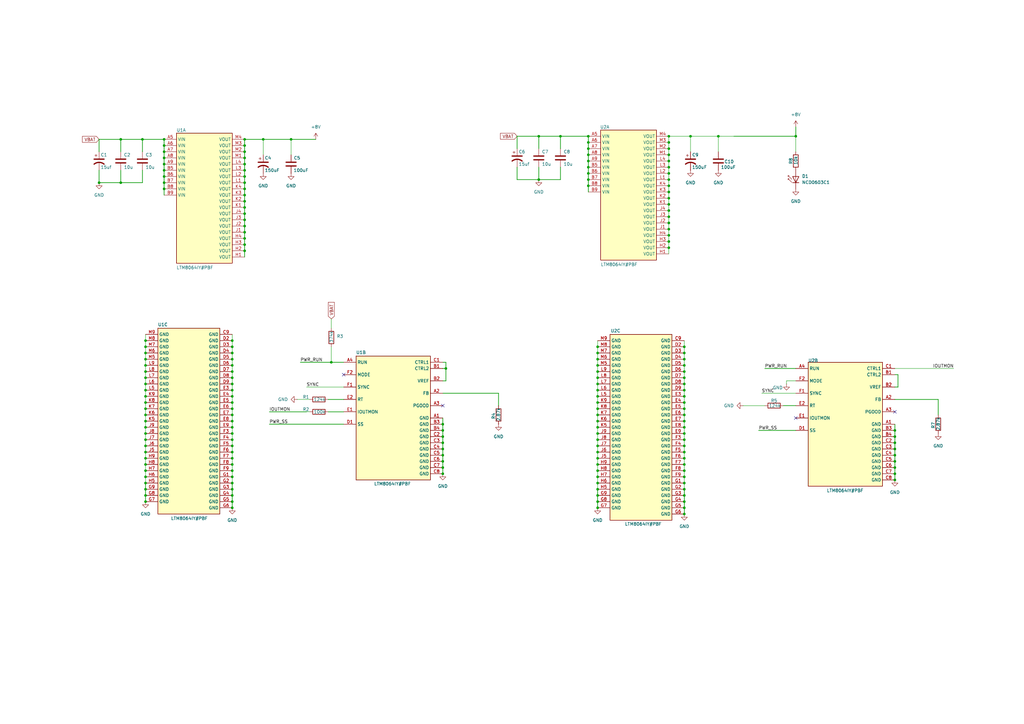
<source format=kicad_sch>
(kicad_sch (version 20231120) (generator "eeschema") (generator_version "8.0")
  (paper "A3")
  (title_block (title "POWER") (date "7/24/2024") (rev "V1.0"))
  (lib_symbols
    (symbol "Device:C" (pin_numbers hide) (pin_names (offset 0.254))
      (property "Reference" "C" (at 0.635 2.54 0))
      (property "Value" "C" (at 0.635 -2.54 0))
      (symbol "C_1_1"
        (pin passive line (at 0 3.81 270) (length 2.794) (name "~") (number "1"))
        (pin passive line (at 0 -3.81 90) (length 2.794) (name "~") (number "2"))
      )
    )
    (symbol "Device:C_Polarized_US" (pin_numbers hide) (pin_names (offset 0.254) hide)
      (property "Reference" "C" (at 0.635 2.54 0))
      (property "Value" "C_Polarized_US" (at 0.635 -2.54 0))
      (symbol "C_Polarized_US_1_1"
        (pin passive line (at 0 3.81 270) (length 2.794) (name "~") (number "1"))
        (pin passive line (at 0 -3.81 90) (length 3.302) (name "~") (number "2"))
      )
    )
    (symbol "Device:R" (pin_numbers hide) (pin_names (offset 0))
      (property "Reference" "R" (at 2.032 0 90))
      (property "Value" "R" (at 0 0 90))
      (symbol "R_1_1"
        (pin passive line (at 0 3.81 270) (length 1.27) (name "~") (number "1"))
        (pin passive line (at 0 -3.81 90) (length 1.27) (name "~") (number "2"))
      )
    )
    (symbol "GND_1" (power) (pin_numbers hide) (pin_names (offset 0) hide)
      (property "Value" "GND" (at 0 -3.81 0))
      (symbol "GND_1_1_1"
        (pin power_in line (at 0 0 270) (length 0) (name "~") (number "1"))
      )
    )
    (symbol "LED:SFH480" (pin_numbers hide) (pin_names (offset 1.016) hide)
      (property "Reference" "D" (at 0.508 1.778 0))
      (property "Value" "SFH480" (at -1.016 -2.794 0))
      (symbol "SFH480_1_1"
        (pin passive line (at -5.08 0 0) (length 2.54) (name "K") (number "1"))
        (pin passive line (at 2.54 0 180) (length 2.54) (name "A") (number "2"))
      )
    )
    (symbol "aaa-altium-import:root_0_f37e547b8d7e3b004474657c2465c43"
      (property "Reference" "U1" (at 5.08 2.54 0))
      (property "Value" "LTM8064IY#PBF" (at 5.08 -53.34 0))
      (symbol "root_0_f37e547b8d7e3b004474657c2465c43_1_0"
        (pin passive line (at 0 0 0) (length 5.08) (name "VIN") (number "A5"))
        (pin passive line (at 0 -2.54 0) (length 5.08) (name "VIN") (number "A6"))
        (pin passive line (at 0 -5.08 0) (length 5.08) (name "VIN") (number "A7"))
        (pin passive line (at 0 -7.62 0) (length 5.08) (name "VIN") (number "A8"))
        (pin passive line (at 0 -10.16 0) (length 5.08) (name "VIN") (number "A9"))
        (pin passive line (at 0 -12.7 0) (length 5.08) (name "VIN") (number "B5"))
        (pin passive line (at 0 -15.24 0) (length 5.08) (name "VIN") (number "B6"))
        (pin passive line (at 0 -17.78 0) (length 5.08) (name "VIN") (number "B7"))
        (pin passive line (at 0 -20.32 0) (length 5.08) (name "VIN") (number "B8"))
        (pin passive line (at 0 -22.86 0) (length 5.08) (name "VIN") (number "B9"))
        (pin passive line (at 33.02 -48.26 180) (length 5.08) (name "VOUT") (number "H1"))
        (pin passive line (at 33.02 -45.72 180) (length 5.08) (name "VOUT") (number "H2"))
        (pin passive line (at 33.02 -43.18 180) (length 5.08) (name "VOUT") (number "H3"))
        (pin passive line (at 33.02 -40.64 180) (length 5.08) (name "VOUT") (number "H4"))
        (pin passive line (at 33.02 -38.1 180) (length 5.08) (name "VOUT") (number "J1"))
        (pin passive line (at 33.02 -35.56 180) (length 5.08) (name "VOUT") (number "J2"))
        (pin passive line (at 33.02 -33.02 180) (length 5.08) (name "VOUT") (number "J3"))
        (pin passive line (at 33.02 -30.48 180) (length 5.08) (name "VOUT") (number "J4"))
        (pin passive line (at 33.02 -27.94 180) (length 5.08) (name "VOUT") (number "K1"))
        (pin passive line (at 33.02 -25.4 180) (length 5.08) (name "VOUT") (number "K2"))
        (pin passive line (at 33.02 -22.86 180) (length 5.08) (name "VOUT") (number "K3"))
        (pin passive line (at 33.02 -20.32 180) (length 5.08) (name "VOUT") (number "K4"))
        (pin passive line (at 33.02 -17.78 180) (length 5.08) (name "VOUT") (number "L1"))
        (pin passive line (at 33.02 -15.24 180) (length 5.08) (name "VOUT") (number "L2"))
        (pin passive line (at 33.02 -12.7 180) (length 5.08) (name "VOUT") (number "L3"))
        (pin passive line (at 33.02 -10.16 180) (length 5.08) (name "VOUT") (number "L4"))
        (pin passive line (at 33.02 -7.62 180) (length 5.08) (name "VOUT") (number "M1"))
        (pin passive line (at 33.02 -5.08 180) (length 5.08) (name "VOUT") (number "M2"))
        (pin passive line (at 33.02 -2.54 180) (length 5.08) (name "VOUT") (number "M3"))
        (pin passive line (at 33.02 0 180) (length 5.08) (name "VOUT") (number "M4"))
      )
      (symbol "root_0_f37e547b8d7e3b004474657c2465c43_2_0"
        (pin passive line (at 40.64 -22.86 180) (length 5.08) (name "GND") (number "A1"))
        (pin input line (at 40.64 -12.7 180) (length 5.08) (name "FB") (number "A2"))
        (pin passive line (at 40.64 -17.78 180) (length 5.08) (name "PGOOD") (number "A3"))
        (pin input line (at 0 0 0) (length 5.08) (name "RUN") (number "A4"))
        (pin passive line (at 40.64 -2.54 180) (length 5.08) (name "CTRL2") (number "B1"))
        (pin passive line (at 40.64 -7.62 180) (length 5.08) (name "VREF") (number "B2"))
        (pin passive line (at 40.64 -25.4 180) (length 5.08) (name "GND") (number "B3"))
        (pin passive line (at 40.64 -27.94 180) (length 5.08) (name "GND") (number "B4"))
        (pin passive line (at 40.64 0 180) (length 5.08) (name "CTRL1") (number "C1"))
        (pin passive line (at 40.64 -30.48 180) (length 5.08) (name "GND") (number "C2"))
        (pin passive line (at 40.64 -33.02 180) (length 5.08) (name "GND") (number "C3"))
        (pin passive line (at 40.64 -35.56 180) (length 5.08) (name "GND") (number "C4"))
        (pin passive line (at 40.64 -38.1 180) (length 5.08) (name "GND") (number "C5"))
        (pin passive line (at 40.64 -40.64 180) (length 5.08) (name "GND") (number "C6"))
        (pin passive line (at 40.64 -43.18 180) (length 5.08) (name "GND") (number "C7"))
        (pin passive line (at 40.64 -45.72 180) (length 5.08) (name "GND") (number "C8"))
        (pin input line (at 0 -25.4 0) (length 5.08) (name "SS") (number "D1"))
        (pin passive line (at 0 -20.32 0) (length 5.08) (name "IOUTMON") (number "E1"))
        (pin input line (at 0 -15.24 0) (length 5.08) (name "RT") (number "E2"))
        (pin bidirectional line (at 0 -10.16 0) (length 5.08) (name "SYNC") (number "F1"))
        (pin input line (at 0 -5.08 0) (length 5.08) (name "MODE") (number "F2"))
      )
      (symbol "root_0_f37e547b8d7e3b004474657c2465c43_3_0"
        (pin passive line (at 35.56 0 180) (length 5.08) (name "GND") (number "C9"))
        (pin passive line (at 35.56 -2.54 180) (length 5.08) (name "GND") (number "D2"))
        (pin passive line (at 35.56 -5.08 180) (length 5.08) (name "GND") (number "D3"))
        (pin passive line (at 35.56 -7.62 180) (length 5.08) (name "GND") (number "D4"))
        (pin passive line (at 35.56 -10.16 180) (length 5.08) (name "GND") (number "D5"))
        (pin passive line (at 35.56 -12.7 180) (length 5.08) (name "GND") (number "D6"))
        (pin passive line (at 35.56 -15.24 180) (length 5.08) (name "GND") (number "D7"))
        (pin passive line (at 35.56 -17.78 180) (length 5.08) (name "GND") (number "D8"))
        (pin passive line (at 35.56 -20.32 180) (length 5.08) (name "GND") (number "D9"))
        (pin passive line (at 35.56 -22.86 180) (length 5.08) (name "GND") (number "E3"))
        (pin passive line (at 35.56 -25.4 180) (length 5.08) (name "GND") (number "E4"))
        (pin passive line (at 35.56 -27.94 180) (length 5.08) (name "GND") (number "E5"))
        (pin passive line (at 35.56 -30.48 180) (length 5.08) (name "GND") (number "E6"))
        (pin passive line (at 35.56 -33.02 180) (length 5.08) (name "GND") (number "E7"))
        (pin passive line (at 35.56 -35.56 180) (length 5.08) (name "GND") (number "E8"))
        (pin passive line (at 35.56 -38.1 180) (length 5.08) (name "GND") (number "E9"))
        (pin passive line (at 35.56 -40.64 180) (length 5.08) (name "GND") (number "F3"))
        (pin passive line (at 35.56 -43.18 180) (length 5.08) (name "GND") (number "F4"))
        (pin passive line (at 35.56 -45.72 180) (length 5.08) (name "GND") (number "F5"))
        (pin passive line (at 35.56 -48.26 180) (length 5.08) (name "GND") (number "F6"))
        (pin passive line (at 35.56 -50.8 180) (length 5.08) (name "GND") (number "F7"))
        (pin passive line (at 35.56 -53.34 180) (length 5.08) (name "GND") (number "F8"))
        (pin passive line (at 35.56 -55.88 180) (length 5.08) (name "GND") (number "F9"))
        (pin passive line (at 35.56 -58.42 180) (length 5.08) (name "GND") (number "G1"))
        (pin passive line (at 35.56 -60.96 180) (length 5.08) (name "GND") (number "G2"))
        (pin passive line (at 35.56 -63.5 180) (length 5.08) (name "GND") (number "G3"))
        (pin passive line (at 35.56 -66.04 180) (length 5.08) (name "GND") (number "G4"))
        (pin passive line (at 35.56 -68.58 180) (length 5.08) (name "GND") (number "G5"))
        (pin passive line (at 35.56 -71.12 180) (length 5.08) (name "GND") (number "G6"))
        (pin passive line (at 0 -68.58 0) (length 5.08) (name "GND") (number "G7"))
        (pin passive line (at 0 -66.04 0) (length 5.08) (name "GND") (number "G8"))
        (pin passive line (at 0 -63.5 0) (length 5.08) (name "GND") (number "G9"))
        (pin passive line (at 0 -60.96 0) (length 5.08) (name "GND") (number "H5"))
        (pin passive line (at 0 -58.42 0) (length 5.08) (name "GND") (number "H6"))
        (pin passive line (at 0 -55.88 0) (length 5.08) (name "GND") (number "H7"))
        (pin passive line (at 0 -53.34 0) (length 5.08) (name "GND") (number "H8"))
        (pin passive line (at 0 -50.8 0) (length 5.08) (name "GND") (number "H9"))
        (pin passive line (at 0 -48.26 0) (length 5.08) (name "GND") (number "J5"))
        (pin passive line (at 0 -45.72 0) (length 5.08) (name "GND") (number "J6"))
        (pin passive line (at 0 -43.18 0) (length 5.08) (name "GND") (number "J7"))
        (pin passive line (at 0 -40.64 0) (length 5.08) (name "GND") (number "J8"))
        (pin passive line (at 0 -38.1 0) (length 5.08) (name "GND") (number "J9"))
        (pin passive line (at 0 -35.56 0) (length 5.08) (name "GND") (number "K5"))
        (pin passive line (at 0 -33.02 0) (length 5.08) (name "GND") (number "K6"))
        (pin passive line (at 0 -30.48 0) (length 5.08) (name "GND") (number "K7"))
        (pin passive line (at 0 -27.94 0) (length 5.08) (name "GND") (number "K8"))
        (pin passive line (at 0 -25.4 0) (length 5.08) (name "GND") (number "K9"))
        (pin passive line (at 0 -22.86 0) (length 5.08) (name "GND") (number "L5"))
        (pin passive line (at 0 -20.32 0) (length 5.08) (name "GND") (number "L6"))
        (pin passive line (at 0 -17.78 0) (length 5.08) (name "GND") (number "L7"))
        (pin passive line (at 0 -15.24 0) (length 5.08) (name "GND") (number "L8"))
        (pin passive line (at 0 -12.7 0) (length 5.08) (name "GND") (number "L9"))
        (pin passive line (at 0 -10.16 0) (length 5.08) (name "GND") (number "M5"))
        (pin passive line (at 0 -7.62 0) (length 5.08) (name "GND") (number "M6"))
        (pin passive line (at 0 -5.08 0) (length 5.08) (name "GND") (number "M7"))
        (pin passive line (at 0 -2.54 0) (length 5.08) (name "GND") (number "M8"))
        (pin passive line (at 0 0 0) (length 5.08) (name "GND") (number "M9"))
      )
    )
    (symbol "power:+8V" (power) (pin_numbers hide) (pin_names (offset 0) hide)
      (property "Value" "+8V" (at 0 3.556 0))
      (symbol "+8V_1_1"
        (pin power_in line (at 0 0 90) (length 0) (name "~") (number "1"))
      )
    )
    (symbol "root_0_f37e547b8d7e3b004474657c2465c43_1"
      (property "Reference" "U4" (at 5.08 2.54 0))
      (property "Value" "LTM8064IY#PBF" (at 5.08 -53.34 0))
      (symbol "root_0_f37e547b8d7e3b004474657c2465c43_1_1_0"
        (pin passive line (at 0 0 0) (length 5.08) (name "VIN") (number "A5"))
        (pin passive line (at 0 -2.54 0) (length 5.08) (name "VIN") (number "A6"))
        (pin passive line (at 0 -5.08 0) (length 5.08) (name "VIN") (number "A7"))
        (pin passive line (at 0 -7.62 0) (length 5.08) (name "VIN") (number "A8"))
        (pin passive line (at 0 -10.16 0) (length 5.08) (name "VIN") (number "A9"))
        (pin passive line (at 0 -12.7 0) (length 5.08) (name "VIN") (number "B5"))
        (pin passive line (at 0 -15.24 0) (length 5.08) (name "VIN") (number "B6"))
        (pin passive line (at 0 -17.78 0) (length 5.08) (name "VIN") (number "B7"))
        (pin passive line (at 0 -20.32 0) (length 5.08) (name "VIN") (number "B8"))
        (pin passive line (at 0 -22.86 0) (length 5.08) (name "VIN") (number "B9"))
        (pin passive line (at 33.02 -48.26 180) (length 5.08) (name "VOUT") (number "H1"))
        (pin passive line (at 33.02 -45.72 180) (length 5.08) (name "VOUT") (number "H2"))
        (pin passive line (at 33.02 -43.18 180) (length 5.08) (name "VOUT") (number "H3"))
        (pin passive line (at 33.02 -40.64 180) (length 5.08) (name "VOUT") (number "H4"))
        (pin passive line (at 33.02 -38.1 180) (length 5.08) (name "VOUT") (number "J1"))
        (pin passive line (at 33.02 -35.56 180) (length 5.08) (name "VOUT") (number "J2"))
        (pin passive line (at 33.02 -33.02 180) (length 5.08) (name "VOUT") (number "J3"))
        (pin passive line (at 33.02 -30.48 180) (length 5.08) (name "VOUT") (number "J4"))
        (pin passive line (at 33.02 -27.94 180) (length 5.08) (name "VOUT") (number "K1"))
        (pin passive line (at 33.02 -25.4 180) (length 5.08) (name "VOUT") (number "K2"))
        (pin passive line (at 33.02 -22.86 180) (length 5.08) (name "VOUT") (number "K3"))
        (pin passive line (at 33.02 -20.32 180) (length 5.08) (name "VOUT") (number "K4"))
        (pin passive line (at 33.02 -17.78 180) (length 5.08) (name "VOUT") (number "L1"))
        (pin passive line (at 33.02 -15.24 180) (length 5.08) (name "VOUT") (number "L2"))
        (pin passive line (at 33.02 -12.7 180) (length 5.08) (name "VOUT") (number "L3"))
        (pin passive line (at 33.02 -10.16 180) (length 5.08) (name "VOUT") (number "L4"))
        (pin passive line (at 33.02 -7.62 180) (length 5.08) (name "VOUT") (number "M1"))
        (pin passive line (at 33.02 -5.08 180) (length 5.08) (name "VOUT") (number "M2"))
        (pin passive line (at 33.02 -2.54 180) (length 5.08) (name "VOUT") (number "M3"))
        (pin passive line (at 33.02 0 180) (length 5.08) (name "VOUT") (number "M4"))
      )
      (symbol "root_0_f37e547b8d7e3b004474657c2465c43_1_2_0"
        (pin passive line (at 40.64 -22.86 180) (length 5.08) (name "GND") (number "A1"))
        (pin input line (at 40.64 -12.7 180) (length 5.08) (name "FB") (number "A2"))
        (pin passive line (at 40.64 -17.78 180) (length 5.08) (name "PGOOD") (number "A3"))
        (pin input line (at 0 0 0) (length 5.08) (name "RUN") (number "A4"))
        (pin passive line (at 40.64 -2.54 180) (length 5.08) (name "CTRL2") (number "B1"))
        (pin passive line (at 40.64 -7.62 180) (length 5.08) (name "VREF") (number "B2"))
        (pin passive line (at 40.64 -25.4 180) (length 5.08) (name "GND") (number "B3"))
        (pin passive line (at 40.64 -27.94 180) (length 5.08) (name "GND") (number "B4"))
        (pin passive line (at 40.64 0 180) (length 5.08) (name "CTRL1") (number "C1"))
        (pin passive line (at 40.64 -30.48 180) (length 5.08) (name "GND") (number "C2"))
        (pin passive line (at 40.64 -33.02 180) (length 5.08) (name "GND") (number "C3"))
        (pin passive line (at 40.64 -35.56 180) (length 5.08) (name "GND") (number "C4"))
        (pin passive line (at 40.64 -38.1 180) (length 5.08) (name "GND") (number "C5"))
        (pin passive line (at 40.64 -40.64 180) (length 5.08) (name "GND") (number "C6"))
        (pin passive line (at 40.64 -43.18 180) (length 5.08) (name "GND") (number "C7"))
        (pin passive line (at 40.64 -45.72 180) (length 5.08) (name "GND") (number "C8"))
        (pin passive line (at 0 -25.4 0) (length 5.08) (name "SS") (number "D1"))
        (pin passive line (at 0 -20.32 0) (length 5.08) (name "IOUTMON") (number "E1"))
        (pin input line (at 0 -15.24 0) (length 5.08) (name "RT") (number "E2"))
        (pin bidirectional line (at 0 -10.16 0) (length 5.08) (name "SYNC") (number "F1"))
        (pin input line (at 0 -5.08 0) (length 5.08) (name "MODE") (number "F2"))
      )
      (symbol "root_0_f37e547b8d7e3b004474657c2465c43_1_3_0"
        (pin passive line (at 35.56 0 180) (length 5.08) (name "GND") (number "C9"))
        (pin passive line (at 35.56 -2.54 180) (length 5.08) (name "GND") (number "D2"))
        (pin passive line (at 35.56 -5.08 180) (length 5.08) (name "GND") (number "D3"))
        (pin passive line (at 35.56 -7.62 180) (length 5.08) (name "GND") (number "D4"))
        (pin passive line (at 35.56 -10.16 180) (length 5.08) (name "GND") (number "D5"))
        (pin passive line (at 35.56 -12.7 180) (length 5.08) (name "GND") (number "D6"))
        (pin passive line (at 35.56 -15.24 180) (length 5.08) (name "GND") (number "D7"))
        (pin passive line (at 35.56 -17.78 180) (length 5.08) (name "GND") (number "D8"))
        (pin passive line (at 35.56 -20.32 180) (length 5.08) (name "GND") (number "D9"))
        (pin passive line (at 35.56 -22.86 180) (length 5.08) (name "GND") (number "E3"))
        (pin passive line (at 35.56 -25.4 180) (length 5.08) (name "GND") (number "E4"))
        (pin passive line (at 35.56 -27.94 180) (length 5.08) (name "GND") (number "E5"))
        (pin passive line (at 35.56 -30.48 180) (length 5.08) (name "GND") (number "E6"))
        (pin passive line (at 35.56 -33.02 180) (length 5.08) (name "GND") (number "E7"))
        (pin passive line (at 35.56 -35.56 180) (length 5.08) (name "GND") (number "E8"))
        (pin passive line (at 35.56 -38.1 180) (length 5.08) (name "GND") (number "E9"))
        (pin passive line (at 35.56 -40.64 180) (length 5.08) (name "GND") (number "F3"))
        (pin passive line (at 35.56 -43.18 180) (length 5.08) (name "GND") (number "F4"))
        (pin passive line (at 35.56 -45.72 180) (length 5.08) (name "GND") (number "F5"))
        (pin passive line (at 35.56 -48.26 180) (length 5.08) (name "GND") (number "F6"))
        (pin passive line (at 35.56 -50.8 180) (length 5.08) (name "GND") (number "F7"))
        (pin passive line (at 35.56 -53.34 180) (length 5.08) (name "GND") (number "F8"))
        (pin passive line (at 35.56 -55.88 180) (length 5.08) (name "GND") (number "F9"))
        (pin passive line (at 35.56 -58.42 180) (length 5.08) (name "GND") (number "G1"))
        (pin passive line (at 35.56 -60.96 180) (length 5.08) (name "GND") (number "G2"))
        (pin passive line (at 35.56 -63.5 180) (length 5.08) (name "GND") (number "G3"))
        (pin passive line (at 35.56 -66.04 180) (length 5.08) (name "GND") (number "G4"))
        (pin passive line (at 35.56 -68.58 180) (length 5.08) (name "GND") (number "G5"))
        (pin passive line (at 35.56 -71.12 180) (length 5.08) (name "GND") (number "G6"))
        (pin passive line (at 0 -68.58 0) (length 5.08) (name "GND") (number "G7"))
        (pin passive line (at 0 -66.04 0) (length 5.08) (name "GND") (number "G8"))
        (pin passive line (at 0 -63.5 0) (length 5.08) (name "GND") (number "G9"))
        (pin passive line (at 0 -60.96 0) (length 5.08) (name "GND") (number "H5"))
        (pin passive line (at 0 -58.42 0) (length 5.08) (name "GND") (number "H6"))
        (pin passive line (at 0 -55.88 0) (length 5.08) (name "GND") (number "H7"))
        (pin passive line (at 0 -53.34 0) (length 5.08) (name "GND") (number "H8"))
        (pin passive line (at 0 -50.8 0) (length 5.08) (name "GND") (number "H9"))
        (pin passive line (at 0 -48.26 0) (length 5.08) (name "GND") (number "J5"))
        (pin passive line (at 0 -45.72 0) (length 5.08) (name "GND") (number "J6"))
        (pin passive line (at 0 -43.18 0) (length 5.08) (name "GND") (number "J7"))
        (pin passive line (at 0 -40.64 0) (length 5.08) (name "GND") (number "J8"))
        (pin passive line (at 0 -38.1 0) (length 5.08) (name "GND") (number "J9"))
        (pin passive line (at 0 -35.56 0) (length 5.08) (name "GND") (number "K5"))
        (pin passive line (at 0 -33.02 0) (length 5.08) (name "GND") (number "K6"))
        (pin passive line (at 0 -30.48 0) (length 5.08) (name "GND") (number "K7"))
        (pin passive line (at 0 -27.94 0) (length 5.08) (name "GND") (number "K8"))
        (pin passive line (at 0 -25.4 0) (length 5.08) (name "GND") (number "K9"))
        (pin passive line (at 0 -22.86 0) (length 5.08) (name "GND") (number "L5"))
        (pin passive line (at 0 -20.32 0) (length 5.08) (name "GND") (number "L6"))
        (pin passive line (at 0 -17.78 0) (length 5.08) (name "GND") (number "L7"))
        (pin passive line (at 0 -15.24 0) (length 5.08) (name "GND") (number "L8"))
        (pin passive line (at 0 -12.7 0) (length 5.08) (name "GND") (number "L9"))
        (pin passive line (at 0 -10.16 0) (length 5.08) (name "GND") (number "M5"))
        (pin passive line (at 0 -7.62 0) (length 5.08) (name "GND") (number "M6"))
        (pin passive line (at 0 -5.08 0) (length 5.08) (name "GND") (number "M7"))
        (pin passive line (at 0 -2.54 0) (length 5.08) (name "GND") (number "M8"))
        (pin passive line (at 0 0 0) (length 5.08) (name "GND") (number "M9"))
      )
    )
    (symbol "root_0_f37e547b8d7e3b004474657c2465c43_2"
      (property "Reference" "U4" (at 5.08 2.54 0))
      (property "Value" "LTM8064IY#PBF" (at 5.08 -53.34 0))
      (symbol "root_0_f37e547b8d7e3b004474657c2465c43_2_1_0"
        (pin passive line (at 0 0 0) (length 5.08) (name "VIN") (number "A5"))
        (pin passive line (at 0 -2.54 0) (length 5.08) (name "VIN") (number "A6"))
        (pin passive line (at 0 -5.08 0) (length 5.08) (name "VIN") (number "A7"))
        (pin passive line (at 0 -7.62 0) (length 5.08) (name "VIN") (number "A8"))
        (pin passive line (at 0 -10.16 0) (length 5.08) (name "VIN") (number "A9"))
        (pin passive line (at 0 -12.7 0) (length 5.08) (name "VIN") (number "B5"))
        (pin passive line (at 0 -15.24 0) (length 5.08) (name "VIN") (number "B6"))
        (pin passive line (at 0 -17.78 0) (length 5.08) (name "VIN") (number "B7"))
        (pin passive line (at 0 -20.32 0) (length 5.08) (name "VIN") (number "B8"))
        (pin passive line (at 0 -22.86 0) (length 5.08) (name "VIN") (number "B9"))
        (pin passive line (at 33.02 -48.26 180) (length 5.08) (name "VOUT") (number "H1"))
        (pin passive line (at 33.02 -45.72 180) (length 5.08) (name "VOUT") (number "H2"))
        (pin passive line (at 33.02 -43.18 180) (length 5.08) (name "VOUT") (number "H3"))
        (pin passive line (at 33.02 -40.64 180) (length 5.08) (name "VOUT") (number "H4"))
        (pin passive line (at 33.02 -38.1 180) (length 5.08) (name "VOUT") (number "J1"))
        (pin passive line (at 33.02 -35.56 180) (length 5.08) (name "VOUT") (number "J2"))
        (pin passive line (at 33.02 -33.02 180) (length 5.08) (name "VOUT") (number "J3"))
        (pin passive line (at 33.02 -30.48 180) (length 5.08) (name "VOUT") (number "J4"))
        (pin passive line (at 33.02 -27.94 180) (length 5.08) (name "VOUT") (number "K1"))
        (pin passive line (at 33.02 -25.4 180) (length 5.08) (name "VOUT") (number "K2"))
        (pin passive line (at 33.02 -22.86 180) (length 5.08) (name "VOUT") (number "K3"))
        (pin passive line (at 33.02 -20.32 180) (length 5.08) (name "VOUT") (number "K4"))
        (pin passive line (at 33.02 -17.78 180) (length 5.08) (name "VOUT") (number "L1"))
        (pin passive line (at 33.02 -15.24 180) (length 5.08) (name "VOUT") (number "L2"))
        (pin passive line (at 33.02 -12.7 180) (length 5.08) (name "VOUT") (number "L3"))
        (pin passive line (at 33.02 -10.16 180) (length 5.08) (name "VOUT") (number "L4"))
        (pin passive line (at 33.02 -7.62 180) (length 5.08) (name "VOUT") (number "M1"))
        (pin passive line (at 33.02 -5.08 180) (length 5.08) (name "VOUT") (number "M2"))
        (pin passive line (at 33.02 -2.54 180) (length 5.08) (name "VOUT") (number "M3"))
        (pin passive line (at 33.02 0 180) (length 5.08) (name "VOUT") (number "M4"))
      )
      (symbol "root_0_f37e547b8d7e3b004474657c2465c43_2_2_0"
        (pin passive line (at 40.64 -22.86 180) (length 5.08) (name "GND") (number "A1"))
        (pin input line (at 40.64 -12.7 180) (length 5.08) (name "FB") (number "A2"))
        (pin passive line (at 40.64 -17.78 180) (length 5.08) (name "PGOOD") (number "A3"))
        (pin input line (at 0 0 0) (length 5.08) (name "RUN") (number "A4"))
        (pin passive line (at 40.64 -2.54 180) (length 5.08) (name "CTRL2") (number "B1"))
        (pin passive line (at 40.64 -7.62 180) (length 5.08) (name "VREF") (number "B2"))
        (pin passive line (at 40.64 -25.4 180) (length 5.08) (name "GND") (number "B3"))
        (pin passive line (at 40.64 -27.94 180) (length 5.08) (name "GND") (number "B4"))
        (pin passive line (at 40.64 0 180) (length 5.08) (name "CTRL1") (number "C1"))
        (pin passive line (at 40.64 -30.48 180) (length 5.08) (name "GND") (number "C2"))
        (pin passive line (at 40.64 -33.02 180) (length 5.08) (name "GND") (number "C3"))
        (pin passive line (at 40.64 -35.56 180) (length 5.08) (name "GND") (number "C4"))
        (pin passive line (at 40.64 -38.1 180) (length 5.08) (name "GND") (number "C5"))
        (pin passive line (at 40.64 -40.64 180) (length 5.08) (name "GND") (number "C6"))
        (pin passive line (at 40.64 -43.18 180) (length 5.08) (name "GND") (number "C7"))
        (pin passive line (at 40.64 -45.72 180) (length 5.08) (name "GND") (number "C8"))
        (pin passive line (at 0 -25.4 0) (length 5.08) (name "SS") (number "D1"))
        (pin passive line (at 0 -20.32 0) (length 5.08) (name "IOUTMON") (number "E1"))
        (pin input line (at 0 -15.24 0) (length 5.08) (name "RT") (number "E2"))
        (pin bidirectional line (at 0 -10.16 0) (length 5.08) (name "SYNC") (number "F1"))
        (pin input line (at 0 -5.08 0) (length 5.08) (name "MODE") (number "F2"))
      )
      (symbol "root_0_f37e547b8d7e3b004474657c2465c43_2_3_0"
        (pin passive line (at 35.56 0 180) (length 5.08) (name "GND") (number "C9"))
        (pin passive line (at 35.56 -2.54 180) (length 5.08) (name "GND") (number "D2"))
        (pin passive line (at 35.56 -5.08 180) (length 5.08) (name "GND") (number "D3"))
        (pin passive line (at 35.56 -7.62 180) (length 5.08) (name "GND") (number "D4"))
        (pin passive line (at 35.56 -10.16 180) (length 5.08) (name "GND") (number "D5"))
        (pin passive line (at 35.56 -12.7 180) (length 5.08) (name "GND") (number "D6"))
        (pin passive line (at 35.56 -15.24 180) (length 5.08) (name "GND") (number "D7"))
        (pin passive line (at 35.56 -17.78 180) (length 5.08) (name "GND") (number "D8"))
        (pin passive line (at 35.56 -20.32 180) (length 5.08) (name "GND") (number "D9"))
        (pin passive line (at 35.56 -22.86 180) (length 5.08) (name "GND") (number "E3"))
        (pin passive line (at 35.56 -25.4 180) (length 5.08) (name "GND") (number "E4"))
        (pin passive line (at 35.56 -27.94 180) (length 5.08) (name "GND") (number "E5"))
        (pin passive line (at 35.56 -30.48 180) (length 5.08) (name "GND") (number "E6"))
        (pin passive line (at 35.56 -33.02 180) (length 5.08) (name "GND") (number "E7"))
        (pin passive line (at 35.56 -35.56 180) (length 5.08) (name "GND") (number "E8"))
        (pin passive line (at 35.56 -38.1 180) (length 5.08) (name "GND") (number "E9"))
        (pin passive line (at 35.56 -40.64 180) (length 5.08) (name "GND") (number "F3"))
        (pin passive line (at 35.56 -43.18 180) (length 5.08) (name "GND") (number "F4"))
        (pin passive line (at 35.56 -45.72 180) (length 5.08) (name "GND") (number "F5"))
        (pin passive line (at 35.56 -48.26 180) (length 5.08) (name "GND") (number "F6"))
        (pin passive line (at 35.56 -50.8 180) (length 5.08) (name "GND") (number "F7"))
        (pin passive line (at 35.56 -53.34 180) (length 5.08) (name "GND") (number "F8"))
        (pin passive line (at 35.56 -55.88 180) (length 5.08) (name "GND") (number "F9"))
        (pin passive line (at 35.56 -58.42 180) (length 5.08) (name "GND") (number "G1"))
        (pin passive line (at 35.56 -60.96 180) (length 5.08) (name "GND") (number "G2"))
        (pin passive line (at 35.56 -63.5 180) (length 5.08) (name "GND") (number "G3"))
        (pin passive line (at 35.56 -66.04 180) (length 5.08) (name "GND") (number "G4"))
        (pin passive line (at 35.56 -68.58 180) (length 5.08) (name "GND") (number "G5"))
        (pin passive line (at 35.56 -71.12 180) (length 5.08) (name "GND") (number "G6"))
        (pin passive line (at 0 -68.58 0) (length 5.08) (name "GND") (number "G7"))
        (pin passive line (at 0 -66.04 0) (length 5.08) (name "GND") (number "G8"))
        (pin passive line (at 0 -63.5 0) (length 5.08) (name "GND") (number "G9"))
        (pin passive line (at 0 -60.96 0) (length 5.08) (name "GND") (number "H5"))
        (pin passive line (at 0 -58.42 0) (length 5.08) (name "GND") (number "H6"))
        (pin passive line (at 0 -55.88 0) (length 5.08) (name "GND") (number "H7"))
        (pin passive line (at 0 -53.34 0) (length 5.08) (name "GND") (number "H8"))
        (pin passive line (at 0 -50.8 0) (length 5.08) (name "GND") (number "H9"))
        (pin passive line (at 0 -48.26 0) (length 5.08) (name "GND") (number "J5"))
        (pin passive line (at 0 -45.72 0) (length 5.08) (name "GND") (number "J6"))
        (pin passive line (at 0 -43.18 0) (length 5.08) (name "GND") (number "J7"))
        (pin passive line (at 0 -40.64 0) (length 5.08) (name "GND") (number "J8"))
        (pin passive line (at 0 -38.1 0) (length 5.08) (name "GND") (number "J9"))
        (pin passive line (at 0 -35.56 0) (length 5.08) (name "GND") (number "K5"))
        (pin passive line (at 0 -33.02 0) (length 5.08) (name "GND") (number "K6"))
        (pin passive line (at 0 -30.48 0) (length 5.08) (name "GND") (number "K7"))
        (pin passive line (at 0 -27.94 0) (length 5.08) (name "GND") (number "K8"))
        (pin passive line (at 0 -25.4 0) (length 5.08) (name "GND") (number "K9"))
        (pin passive line (at 0 -22.86 0) (length 5.08) (name "GND") (number "L5"))
        (pin passive line (at 0 -20.32 0) (length 5.08) (name "GND") (number "L6"))
        (pin passive line (at 0 -17.78 0) (length 5.08) (name "GND") (number "L7"))
        (pin passive line (at 0 -15.24 0) (length 5.08) (name "GND") (number "L8"))
        (pin passive line (at 0 -12.7 0) (length 5.08) (name "GND") (number "L9"))
        (pin passive line (at 0 -10.16 0) (length 5.08) (name "GND") (number "M5"))
        (pin passive line (at 0 -7.62 0) (length 5.08) (name "GND") (number "M6"))
        (pin passive line (at 0 -5.08 0) (length 5.08) (name "GND") (number "M7"))
        (pin passive line (at 0 -2.54 0) (length 5.08) (name "GND") (number "M8"))
        (pin passive line (at 0 0 0) (length 5.08) (name "GND") (number "M9"))
      )
    )
    (symbol "root_0_f37e547b8d7e3b004474657c2465c43_3"
      (property "Reference" "U4" (at 5.08 2.54 0))
      (property "Value" "LTM8064IY#PBF" (at 5.08 -53.34 0))
      (symbol "root_0_f37e547b8d7e3b004474657c2465c43_3_1_0"
        (pin passive line (at 0 0 0) (length 5.08) (name "VIN") (number "A5"))
        (pin passive line (at 0 -2.54 0) (length 5.08) (name "VIN") (number "A6"))
        (pin passive line (at 0 -5.08 0) (length 5.08) (name "VIN") (number "A7"))
        (pin passive line (at 0 -7.62 0) (length 5.08) (name "VIN") (number "A8"))
        (pin passive line (at 0 -10.16 0) (length 5.08) (name "VIN") (number "A9"))
        (pin passive line (at 0 -12.7 0) (length 5.08) (name "VIN") (number "B5"))
        (pin passive line (at 0 -15.24 0) (length 5.08) (name "VIN") (number "B6"))
        (pin passive line (at 0 -17.78 0) (length 5.08) (name "VIN") (number "B7"))
        (pin passive line (at 0 -20.32 0) (length 5.08) (name "VIN") (number "B8"))
        (pin passive line (at 0 -22.86 0) (length 5.08) (name "VIN") (number "B9"))
        (pin passive line (at 33.02 -48.26 180) (length 5.08) (name "VOUT") (number "H1"))
        (pin passive line (at 33.02 -45.72 180) (length 5.08) (name "VOUT") (number "H2"))
        (pin passive line (at 33.02 -43.18 180) (length 5.08) (name "VOUT") (number "H3"))
        (pin passive line (at 33.02 -40.64 180) (length 5.08) (name "VOUT") (number "H4"))
        (pin passive line (at 33.02 -38.1 180) (length 5.08) (name "VOUT") (number "J1"))
        (pin passive line (at 33.02 -35.56 180) (length 5.08) (name "VOUT") (number "J2"))
        (pin passive line (at 33.02 -33.02 180) (length 5.08) (name "VOUT") (number "J3"))
        (pin passive line (at 33.02 -30.48 180) (length 5.08) (name "VOUT") (number "J4"))
        (pin passive line (at 33.02 -27.94 180) (length 5.08) (name "VOUT") (number "K1"))
        (pin passive line (at 33.02 -25.4 180) (length 5.08) (name "VOUT") (number "K2"))
        (pin passive line (at 33.02 -22.86 180) (length 5.08) (name "VOUT") (number "K3"))
        (pin passive line (at 33.02 -20.32 180) (length 5.08) (name "VOUT") (number "K4"))
        (pin passive line (at 33.02 -17.78 180) (length 5.08) (name "VOUT") (number "L1"))
        (pin passive line (at 33.02 -15.24 180) (length 5.08) (name "VOUT") (number "L2"))
        (pin passive line (at 33.02 -12.7 180) (length 5.08) (name "VOUT") (number "L3"))
        (pin passive line (at 33.02 -10.16 180) (length 5.08) (name "VOUT") (number "L4"))
        (pin passive line (at 33.02 -7.62 180) (length 5.08) (name "VOUT") (number "M1"))
        (pin passive line (at 33.02 -5.08 180) (length 5.08) (name "VOUT") (number "M2"))
        (pin passive line (at 33.02 -2.54 180) (length 5.08) (name "VOUT") (number "M3"))
        (pin passive line (at 33.02 0 180) (length 5.08) (name "VOUT") (number "M4"))
      )
      (symbol "root_0_f37e547b8d7e3b004474657c2465c43_3_2_0"
        (pin passive line (at 40.64 -22.86 180) (length 5.08) (name "GND") (number "A1"))
        (pin input line (at 40.64 -12.7 180) (length 5.08) (name "FB") (number "A2"))
        (pin passive line (at 40.64 -17.78 180) (length 5.08) (name "PGOOD") (number "A3"))
        (pin input line (at 0 0 0) (length 5.08) (name "RUN") (number "A4"))
        (pin passive line (at 40.64 -2.54 180) (length 5.08) (name "CTRL2") (number "B1"))
        (pin passive line (at 40.64 -7.62 180) (length 5.08) (name "VREF") (number "B2"))
        (pin passive line (at 40.64 -25.4 180) (length 5.08) (name "GND") (number "B3"))
        (pin passive line (at 40.64 -27.94 180) (length 5.08) (name "GND") (number "B4"))
        (pin passive line (at 40.64 0 180) (length 5.08) (name "CTRL1") (number "C1"))
        (pin passive line (at 40.64 -30.48 180) (length 5.08) (name "GND") (number "C2"))
        (pin passive line (at 40.64 -33.02 180) (length 5.08) (name "GND") (number "C3"))
        (pin passive line (at 40.64 -35.56 180) (length 5.08) (name "GND") (number "C4"))
        (pin passive line (at 40.64 -38.1 180) (length 5.08) (name "GND") (number "C5"))
        (pin passive line (at 40.64 -40.64 180) (length 5.08) (name "GND") (number "C6"))
        (pin passive line (at 40.64 -43.18 180) (length 5.08) (name "GND") (number "C7"))
        (pin passive line (at 40.64 -45.72 180) (length 5.08) (name "GND") (number "C8"))
        (pin passive line (at 0 -25.4 0) (length 5.08) (name "SS") (number "D1"))
        (pin passive line (at 0 -20.32 0) (length 5.08) (name "IOUTMON") (number "E1"))
        (pin input line (at 0 -15.24 0) (length 5.08) (name "RT") (number "E2"))
        (pin bidirectional line (at 0 -10.16 0) (length 5.08) (name "SYNC") (number "F1"))
        (pin input line (at 0 -5.08 0) (length 5.08) (name "MODE") (number "F2"))
      )
      (symbol "root_0_f37e547b8d7e3b004474657c2465c43_3_3_0"
        (pin passive line (at 35.56 0 180) (length 5.08) (name "GND") (number "C9"))
        (pin passive line (at 35.56 -2.54 180) (length 5.08) (name "GND") (number "D2"))
        (pin passive line (at 35.56 -5.08 180) (length 5.08) (name "GND") (number "D3"))
        (pin passive line (at 35.56 -7.62 180) (length 5.08) (name "GND") (number "D4"))
        (pin passive line (at 35.56 -10.16 180) (length 5.08) (name "GND") (number "D5"))
        (pin passive line (at 35.56 -12.7 180) (length 5.08) (name "GND") (number "D6"))
        (pin passive line (at 35.56 -15.24 180) (length 5.08) (name "GND") (number "D7"))
        (pin passive line (at 35.56 -17.78 180) (length 5.08) (name "GND") (number "D8"))
        (pin passive line (at 35.56 -20.32 180) (length 5.08) (name "GND") (number "D9"))
        (pin passive line (at 35.56 -22.86 180) (length 5.08) (name "GND") (number "E3"))
        (pin passive line (at 35.56 -25.4 180) (length 5.08) (name "GND") (number "E4"))
        (pin passive line (at 35.56 -27.94 180) (length 5.08) (name "GND") (number "E5"))
        (pin passive line (at 35.56 -30.48 180) (length 5.08) (name "GND") (number "E6"))
        (pin passive line (at 35.56 -33.02 180) (length 5.08) (name "GND") (number "E7"))
        (pin passive line (at 35.56 -35.56 180) (length 5.08) (name "GND") (number "E8"))
        (pin passive line (at 35.56 -38.1 180) (length 5.08) (name "GND") (number "E9"))
        (pin passive line (at 35.56 -40.64 180) (length 5.08) (name "GND") (number "F3"))
        (pin passive line (at 35.56 -43.18 180) (length 5.08) (name "GND") (number "F4"))
        (pin passive line (at 35.56 -45.72 180) (length 5.08) (name "GND") (number "F5"))
        (pin passive line (at 35.56 -48.26 180) (length 5.08) (name "GND") (number "F6"))
        (pin passive line (at 35.56 -50.8 180) (length 5.08) (name "GND") (number "F7"))
        (pin passive line (at 35.56 -53.34 180) (length 5.08) (name "GND") (number "F8"))
        (pin passive line (at 35.56 -55.88 180) (length 5.08) (name "GND") (number "F9"))
        (pin passive line (at 35.56 -58.42 180) (length 5.08) (name "GND") (number "G1"))
        (pin passive line (at 35.56 -60.96 180) (length 5.08) (name "GND") (number "G2"))
        (pin passive line (at 35.56 -63.5 180) (length 5.08) (name "GND") (number "G3"))
        (pin passive line (at 35.56 -66.04 180) (length 5.08) (name "GND") (number "G4"))
        (pin passive line (at 35.56 -68.58 180) (length 5.08) (name "GND") (number "G5"))
        (pin passive line (at 35.56 -71.12 180) (length 5.08) (name "GND") (number "G6"))
        (pin passive line (at 0 -68.58 0) (length 5.08) (name "GND") (number "G7"))
        (pin passive line (at 0 -66.04 0) (length 5.08) (name "GND") (number "G8"))
        (pin passive line (at 0 -63.5 0) (length 5.08) (name "GND") (number "G9"))
        (pin passive line (at 0 -60.96 0) (length 5.08) (name "GND") (number "H5"))
        (pin passive line (at 0 -58.42 0) (length 5.08) (name "GND") (number "H6"))
        (pin passive line (at 0 -55.88 0) (length 5.08) (name "GND") (number "H7"))
        (pin passive line (at 0 -53.34 0) (length 5.08) (name "GND") (number "H8"))
        (pin passive line (at 0 -50.8 0) (length 5.08) (name "GND") (number "H9"))
        (pin passive line (at 0 -48.26 0) (length 5.08) (name "GND") (number "J5"))
        (pin passive line (at 0 -45.72 0) (length 5.08) (name "GND") (number "J6"))
        (pin passive line (at 0 -43.18 0) (length 5.08) (name "GND") (number "J7"))
        (pin passive line (at 0 -40.64 0) (length 5.08) (name "GND") (number "J8"))
        (pin passive line (at 0 -38.1 0) (length 5.08) (name "GND") (number "J9"))
        (pin passive line (at 0 -35.56 0) (length 5.08) (name "GND") (number "K5"))
        (pin passive line (at 0 -33.02 0) (length 5.08) (name "GND") (number "K6"))
        (pin passive line (at 0 -30.48 0) (length 5.08) (name "GND") (number "K7"))
        (pin passive line (at 0 -27.94 0) (length 5.08) (name "GND") (number "K8"))
        (pin passive line (at 0 -25.4 0) (length 5.08) (name "GND") (number "K9"))
        (pin passive line (at 0 -22.86 0) (length 5.08) (name "GND") (number "L5"))
        (pin passive line (at 0 -20.32 0) (length 5.08) (name "GND") (number "L6"))
        (pin passive line (at 0 -17.78 0) (length 5.08) (name "GND") (number "L7"))
        (pin passive line (at 0 -15.24 0) (length 5.08) (name "GND") (number "L8"))
        (pin passive line (at 0 -12.7 0) (length 5.08) (name "GND") (number "L9"))
        (pin passive line (at 0 -10.16 0) (length 5.08) (name "GND") (number "M5"))
        (pin passive line (at 0 -7.62 0) (length 5.08) (name "GND") (number "M6"))
        (pin passive line (at 0 -5.08 0) (length 5.08) (name "GND") (number "M7"))
        (pin passive line (at 0 -2.54 0) (length 5.08) (name "GND") (number "M8"))
        (pin passive line (at 0 0 0) (length 5.08) (name "GND") (number "M9"))
      )
    )
    (symbol "root_0_f37e547b8d7e3b004474657c2465c43_4"
      (property "Reference" "U1" (at 5.08 2.54 0))
      (property "Value" "LTM8064IY#PBF" (at 5.08 -53.34 0))
      (symbol "root_0_f37e547b8d7e3b004474657c2465c43_4_1_0"
        (pin passive line (at 0 0 0) (length 5.08) (name "VIN") (number "A5"))
        (pin passive line (at 0 -2.54 0) (length 5.08) (name "VIN") (number "A6"))
        (pin passive line (at 0 -5.08 0) (length 5.08) (name "VIN") (number "A7"))
        (pin passive line (at 0 -7.62 0) (length 5.08) (name "VIN") (number "A8"))
        (pin passive line (at 0 -10.16 0) (length 5.08) (name "VIN") (number "A9"))
        (pin passive line (at 0 -12.7 0) (length 5.08) (name "VIN") (number "B5"))
        (pin passive line (at 0 -15.24 0) (length 5.08) (name "VIN") (number "B6"))
        (pin passive line (at 0 -17.78 0) (length 5.08) (name "VIN") (number "B7"))
        (pin passive line (at 0 -20.32 0) (length 5.08) (name "VIN") (number "B8"))
        (pin passive line (at 0 -22.86 0) (length 5.08) (name "VIN") (number "B9"))
        (pin passive line (at 33.02 -48.26 180) (length 5.08) (name "VOUT") (number "H1"))
        (pin passive line (at 33.02 -45.72 180) (length 5.08) (name "VOUT") (number "H2"))
        (pin passive line (at 33.02 -43.18 180) (length 5.08) (name "VOUT") (number "H3"))
        (pin passive line (at 33.02 -40.64 180) (length 5.08) (name "VOUT") (number "H4"))
        (pin passive line (at 33.02 -38.1 180) (length 5.08) (name "VOUT") (number "J1"))
        (pin passive line (at 33.02 -35.56 180) (length 5.08) (name "VOUT") (number "J2"))
        (pin passive line (at 33.02 -33.02 180) (length 5.08) (name "VOUT") (number "J3"))
        (pin passive line (at 33.02 -30.48 180) (length 5.08) (name "VOUT") (number "J4"))
        (pin passive line (at 33.02 -27.94 180) (length 5.08) (name "VOUT") (number "K1"))
        (pin passive line (at 33.02 -25.4 180) (length 5.08) (name "VOUT") (number "K2"))
        (pin passive line (at 33.02 -22.86 180) (length 5.08) (name "VOUT") (number "K3"))
        (pin passive line (at 33.02 -20.32 180) (length 5.08) (name "VOUT") (number "K4"))
        (pin passive line (at 33.02 -17.78 180) (length 5.08) (name "VOUT") (number "L1"))
        (pin passive line (at 33.02 -15.24 180) (length 5.08) (name "VOUT") (number "L2"))
        (pin passive line (at 33.02 -12.7 180) (length 5.08) (name "VOUT") (number "L3"))
        (pin passive line (at 33.02 -10.16 180) (length 5.08) (name "VOUT") (number "L4"))
        (pin passive line (at 33.02 -7.62 180) (length 5.08) (name "VOUT") (number "M1"))
        (pin passive line (at 33.02 -5.08 180) (length 5.08) (name "VOUT") (number "M2"))
        (pin passive line (at 33.02 -2.54 180) (length 5.08) (name "VOUT") (number "M3"))
        (pin passive line (at 33.02 0 180) (length 5.08) (name "VOUT") (number "M4"))
      )
      (symbol "root_0_f37e547b8d7e3b004474657c2465c43_4_2_0"
        (pin passive line (at 40.64 -22.86 180) (length 5.08) (name "GND") (number "A1"))
        (pin input line (at 40.64 -12.7 180) (length 5.08) (name "FB") (number "A2"))
        (pin passive line (at 40.64 -17.78 180) (length 5.08) (name "PGOOD") (number "A3"))
        (pin input line (at 0 0 0) (length 5.08) (name "RUN") (number "A4"))
        (pin passive line (at 40.64 -2.54 180) (length 5.08) (name "CTRL2") (number "B1"))
        (pin passive line (at 40.64 -7.62 180) (length 5.08) (name "VREF") (number "B2"))
        (pin passive line (at 40.64 -25.4 180) (length 5.08) (name "GND") (number "B3"))
        (pin passive line (at 40.64 -27.94 180) (length 5.08) (name "GND") (number "B4"))
        (pin passive line (at 40.64 0 180) (length 5.08) (name "CTRL1") (number "C1"))
        (pin passive line (at 40.64 -30.48 180) (length 5.08) (name "GND") (number "C2"))
        (pin passive line (at 40.64 -33.02 180) (length 5.08) (name "GND") (number "C3"))
        (pin passive line (at 40.64 -35.56 180) (length 5.08) (name "GND") (number "C4"))
        (pin passive line (at 40.64 -38.1 180) (length 5.08) (name "GND") (number "C5"))
        (pin passive line (at 40.64 -40.64 180) (length 5.08) (name "GND") (number "C6"))
        (pin passive line (at 40.64 -43.18 180) (length 5.08) (name "GND") (number "C7"))
        (pin passive line (at 40.64 -45.72 180) (length 5.08) (name "GND") (number "C8"))
        (pin input line (at 0 -25.4 0) (length 5.08) (name "SS") (number "D1"))
        (pin passive line (at 0 -20.32 0) (length 5.08) (name "IOUTMON") (number "E1"))
        (pin input line (at 0 -15.24 0) (length 5.08) (name "RT") (number "E2"))
        (pin bidirectional line (at 0 -10.16 0) (length 5.08) (name "SYNC") (number "F1"))
        (pin input line (at 0 -5.08 0) (length 5.08) (name "MODE") (number "F2"))
      )
      (symbol "root_0_f37e547b8d7e3b004474657c2465c43_4_3_0"
        (pin passive line (at 35.56 0 180) (length 5.08) (name "GND") (number "C9"))
        (pin passive line (at 35.56 -2.54 180) (length 5.08) (name "GND") (number "D2"))
        (pin passive line (at 35.56 -5.08 180) (length 5.08) (name "GND") (number "D3"))
        (pin passive line (at 35.56 -7.62 180) (length 5.08) (name "GND") (number "D4"))
        (pin passive line (at 35.56 -10.16 180) (length 5.08) (name "GND") (number "D5"))
        (pin passive line (at 35.56 -12.7 180) (length 5.08) (name "GND") (number "D6"))
        (pin passive line (at 35.56 -15.24 180) (length 5.08) (name "GND") (number "D7"))
        (pin passive line (at 35.56 -17.78 180) (length 5.08) (name "GND") (number "D8"))
        (pin passive line (at 35.56 -20.32 180) (length 5.08) (name "GND") (number "D9"))
        (pin passive line (at 35.56 -22.86 180) (length 5.08) (name "GND") (number "E3"))
        (pin passive line (at 35.56 -25.4 180) (length 5.08) (name "GND") (number "E4"))
        (pin passive line (at 35.56 -27.94 180) (length 5.08) (name "GND") (number "E5"))
        (pin passive line (at 35.56 -30.48 180) (length 5.08) (name "GND") (number "E6"))
        (pin passive line (at 35.56 -33.02 180) (length 5.08) (name "GND") (number "E7"))
        (pin passive line (at 35.56 -35.56 180) (length 5.08) (name "GND") (number "E8"))
        (pin passive line (at 35.56 -38.1 180) (length 5.08) (name "GND") (number "E9"))
        (pin passive line (at 35.56 -40.64 180) (length 5.08) (name "GND") (number "F3"))
        (pin passive line (at 35.56 -43.18 180) (length 5.08) (name "GND") (number "F4"))
        (pin passive line (at 35.56 -45.72 180) (length 5.08) (name "GND") (number "F5"))
        (pin passive line (at 35.56 -48.26 180) (length 5.08) (name "GND") (number "F6"))
        (pin passive line (at 35.56 -50.8 180) (length 5.08) (name "GND") (number "F7"))
        (pin passive line (at 35.56 -53.34 180) (length 5.08) (name "GND") (number "F8"))
        (pin passive line (at 35.56 -55.88 180) (length 5.08) (name "GND") (number "F9"))
        (pin passive line (at 35.56 -58.42 180) (length 5.08) (name "GND") (number "G1"))
        (pin passive line (at 35.56 -60.96 180) (length 5.08) (name "GND") (number "G2"))
        (pin passive line (at 35.56 -63.5 180) (length 5.08) (name "GND") (number "G3"))
        (pin passive line (at 35.56 -66.04 180) (length 5.08) (name "GND") (number "G4"))
        (pin passive line (at 35.56 -68.58 180) (length 5.08) (name "GND") (number "G5"))
        (pin passive line (at 35.56 -71.12 180) (length 5.08) (name "GND") (number "G6"))
        (pin passive line (at 0 -68.58 0) (length 5.08) (name "GND") (number "G7"))
        (pin passive line (at 0 -66.04 0) (length 5.08) (name "GND") (number "G8"))
        (pin passive line (at 0 -63.5 0) (length 5.08) (name "GND") (number "G9"))
        (pin passive line (at 0 -60.96 0) (length 5.08) (name "GND") (number "H5"))
        (pin passive line (at 0 -58.42 0) (length 5.08) (name "GND") (number "H6"))
        (pin passive line (at 0 -55.88 0) (length 5.08) (name "GND") (number "H7"))
        (pin passive line (at 0 -53.34 0) (length 5.08) (name "GND") (number "H8"))
        (pin passive line (at 0 -50.8 0) (length 5.08) (name "GND") (number "H9"))
        (pin passive line (at 0 -48.26 0) (length 5.08) (name "GND") (number "J5"))
        (pin passive line (at 0 -45.72 0) (length 5.08) (name "GND") (number "J6"))
        (pin passive line (at 0 -43.18 0) (length 5.08) (name "GND") (number "J7"))
        (pin passive line (at 0 -40.64 0) (length 5.08) (name "GND") (number "J8"))
        (pin passive line (at 0 -38.1 0) (length 5.08) (name "GND") (number "J9"))
        (pin passive line (at 0 -35.56 0) (length 5.08) (name "GND") (number "K5"))
        (pin passive line (at 0 -33.02 0) (length 5.08) (name "GND") (number "K6"))
        (pin passive line (at 0 -30.48 0) (length 5.08) (name "GND") (number "K7"))
        (pin passive line (at 0 -27.94 0) (length 5.08) (name "GND") (number "K8"))
        (pin passive line (at 0 -25.4 0) (length 5.08) (name "GND") (number "K9"))
        (pin passive line (at 0 -22.86 0) (length 5.08) (name "GND") (number "L5"))
        (pin passive line (at 0 -20.32 0) (length 5.08) (name "GND") (number "L6"))
        (pin passive line (at 0 -17.78 0) (length 5.08) (name "GND") (number "L7"))
        (pin passive line (at 0 -15.24 0) (length 5.08) (name "GND") (number "L8"))
        (pin passive line (at 0 -12.7 0) (length 5.08) (name "GND") (number "L9"))
        (pin passive line (at 0 -10.16 0) (length 5.08) (name "GND") (number "M5"))
        (pin passive line (at 0 -7.62 0) (length 5.08) (name "GND") (number "M6"))
        (pin passive line (at 0 -5.08 0) (length 5.08) (name "GND") (number "M7"))
        (pin passive line (at 0 -2.54 0) (length 5.08) (name "GND") (number "M8"))
        (pin passive line (at 0 0 0) (length 5.08) (name "GND") (number "M9"))
      )
    )
    (symbol "root_0_f37e547b8d7e3b004474657c2465c43_5"
      (property "Reference" "U1" (at 5.08 2.54 0))
      (property "Value" "LTM8064IY#PBF" (at 5.08 -53.34 0))
      (symbol "root_0_f37e547b8d7e3b004474657c2465c43_5_1_0"
        (pin passive line (at 0 0 0) (length 5.08) (name "VIN") (number "A5"))
        (pin passive line (at 0 -2.54 0) (length 5.08) (name "VIN") (number "A6"))
        (pin passive line (at 0 -5.08 0) (length 5.08) (name "VIN") (number "A7"))
        (pin passive line (at 0 -7.62 0) (length 5.08) (name "VIN") (number "A8"))
        (pin passive line (at 0 -10.16 0) (length 5.08) (name "VIN") (number "A9"))
        (pin passive line (at 0 -12.7 0) (length 5.08) (name "VIN") (number "B5"))
        (pin passive line (at 0 -15.24 0) (length 5.08) (name "VIN") (number "B6"))
        (pin passive line (at 0 -17.78 0) (length 5.08) (name "VIN") (number "B7"))
        (pin passive line (at 0 -20.32 0) (length 5.08) (name "VIN") (number "B8"))
        (pin passive line (at 0 -22.86 0) (length 5.08) (name "VIN") (number "B9"))
        (pin passive line (at 33.02 -48.26 180) (length 5.08) (name "VOUT") (number "H1"))
        (pin passive line (at 33.02 -45.72 180) (length 5.08) (name "VOUT") (number "H2"))
        (pin passive line (at 33.02 -43.18 180) (length 5.08) (name "VOUT") (number "H3"))
        (pin passive line (at 33.02 -40.64 180) (length 5.08) (name "VOUT") (number "H4"))
        (pin passive line (at 33.02 -38.1 180) (length 5.08) (name "VOUT") (number "J1"))
        (pin passive line (at 33.02 -35.56 180) (length 5.08) (name "VOUT") (number "J2"))
        (pin passive line (at 33.02 -33.02 180) (length 5.08) (name "VOUT") (number "J3"))
        (pin passive line (at 33.02 -30.48 180) (length 5.08) (name "VOUT") (number "J4"))
        (pin passive line (at 33.02 -27.94 180) (length 5.08) (name "VOUT") (number "K1"))
        (pin passive line (at 33.02 -25.4 180) (length 5.08) (name "VOUT") (number "K2"))
        (pin passive line (at 33.02 -22.86 180) (length 5.08) (name "VOUT") (number "K3"))
        (pin passive line (at 33.02 -20.32 180) (length 5.08) (name "VOUT") (number "K4"))
        (pin passive line (at 33.02 -17.78 180) (length 5.08) (name "VOUT") (number "L1"))
        (pin passive line (at 33.02 -15.24 180) (length 5.08) (name "VOUT") (number "L2"))
        (pin passive line (at 33.02 -12.7 180) (length 5.08) (name "VOUT") (number "L3"))
        (pin passive line (at 33.02 -10.16 180) (length 5.08) (name "VOUT") (number "L4"))
        (pin passive line (at 33.02 -7.62 180) (length 5.08) (name "VOUT") (number "M1"))
        (pin passive line (at 33.02 -5.08 180) (length 5.08) (name "VOUT") (number "M2"))
        (pin passive line (at 33.02 -2.54 180) (length 5.08) (name "VOUT") (number "M3"))
        (pin passive line (at 33.02 0 180) (length 5.08) (name "VOUT") (number "M4"))
      )
      (symbol "root_0_f37e547b8d7e3b004474657c2465c43_5_2_0"
        (pin passive line (at 40.64 -22.86 180) (length 5.08) (name "GND") (number "A1"))
        (pin input line (at 40.64 -12.7 180) (length 5.08) (name "FB") (number "A2"))
        (pin passive line (at 40.64 -17.78 180) (length 5.08) (name "PGOOD") (number "A3"))
        (pin input line (at 0 0 0) (length 5.08) (name "RUN") (number "A4"))
        (pin passive line (at 40.64 -2.54 180) (length 5.08) (name "CTRL2") (number "B1"))
        (pin passive line (at 40.64 -7.62 180) (length 5.08) (name "VREF") (number "B2"))
        (pin passive line (at 40.64 -25.4 180) (length 5.08) (name "GND") (number "B3"))
        (pin passive line (at 40.64 -27.94 180) (length 5.08) (name "GND") (number "B4"))
        (pin passive line (at 40.64 0 180) (length 5.08) (name "CTRL1") (number "C1"))
        (pin passive line (at 40.64 -30.48 180) (length 5.08) (name "GND") (number "C2"))
        (pin passive line (at 40.64 -33.02 180) (length 5.08) (name "GND") (number "C3"))
        (pin passive line (at 40.64 -35.56 180) (length 5.08) (name "GND") (number "C4"))
        (pin passive line (at 40.64 -38.1 180) (length 5.08) (name "GND") (number "C5"))
        (pin passive line (at 40.64 -40.64 180) (length 5.08) (name "GND") (number "C6"))
        (pin passive line (at 40.64 -43.18 180) (length 5.08) (name "GND") (number "C7"))
        (pin passive line (at 40.64 -45.72 180) (length 5.08) (name "GND") (number "C8"))
        (pin input line (at 0 -25.4 0) (length 5.08) (name "SS") (number "D1"))
        (pin passive line (at 0 -20.32 0) (length 5.08) (name "IOUTMON") (number "E1"))
        (pin input line (at 0 -15.24 0) (length 5.08) (name "RT") (number "E2"))
        (pin bidirectional line (at 0 -10.16 0) (length 5.08) (name "SYNC") (number "F1"))
        (pin input line (at 0 -5.08 0) (length 5.08) (name "MODE") (number "F2"))
      )
      (symbol "root_0_f37e547b8d7e3b004474657c2465c43_5_3_0"
        (pin passive line (at 35.56 0 180) (length 5.08) (name "GND") (number "C9"))
        (pin passive line (at 35.56 -2.54 180) (length 5.08) (name "GND") (number "D2"))
        (pin passive line (at 35.56 -5.08 180) (length 5.08) (name "GND") (number "D3"))
        (pin passive line (at 35.56 -7.62 180) (length 5.08) (name "GND") (number "D4"))
        (pin passive line (at 35.56 -10.16 180) (length 5.08) (name "GND") (number "D5"))
        (pin passive line (at 35.56 -12.7 180) (length 5.08) (name "GND") (number "D6"))
        (pin passive line (at 35.56 -15.24 180) (length 5.08) (name "GND") (number "D7"))
        (pin passive line (at 35.56 -17.78 180) (length 5.08) (name "GND") (number "D8"))
        (pin passive line (at 35.56 -20.32 180) (length 5.08) (name "GND") (number "D9"))
        (pin passive line (at 35.56 -22.86 180) (length 5.08) (name "GND") (number "E3"))
        (pin passive line (at 35.56 -25.4 180) (length 5.08) (name "GND") (number "E4"))
        (pin passive line (at 35.56 -27.94 180) (length 5.08) (name "GND") (number "E5"))
        (pin passive line (at 35.56 -30.48 180) (length 5.08) (name "GND") (number "E6"))
        (pin passive line (at 35.56 -33.02 180) (length 5.08) (name "GND") (number "E7"))
        (pin passive line (at 35.56 -35.56 180) (length 5.08) (name "GND") (number "E8"))
        (pin passive line (at 35.56 -38.1 180) (length 5.08) (name "GND") (number "E9"))
        (pin passive line (at 35.56 -40.64 180) (length 5.08) (name "GND") (number "F3"))
        (pin passive line (at 35.56 -43.18 180) (length 5.08) (name "GND") (number "F4"))
        (pin passive line (at 35.56 -45.72 180) (length 5.08) (name "GND") (number "F5"))
        (pin passive line (at 35.56 -48.26 180) (length 5.08) (name "GND") (number "F6"))
        (pin passive line (at 35.56 -50.8 180) (length 5.08) (name "GND") (number "F7"))
        (pin passive line (at 35.56 -53.34 180) (length 5.08) (name "GND") (number "F8"))
        (pin passive line (at 35.56 -55.88 180) (length 5.08) (name "GND") (number "F9"))
        (pin passive line (at 35.56 -58.42 180) (length 5.08) (name "GND") (number "G1"))
        (pin passive line (at 35.56 -60.96 180) (length 5.08) (name "GND") (number "G2"))
        (pin passive line (at 35.56 -63.5 180) (length 5.08) (name "GND") (number "G3"))
        (pin passive line (at 35.56 -66.04 180) (length 5.08) (name "GND") (number "G4"))
        (pin passive line (at 35.56 -68.58 180) (length 5.08) (name "GND") (number "G5"))
        (pin passive line (at 35.56 -71.12 180) (length 5.08) (name "GND") (number "G6"))
        (pin passive line (at 0 -68.58 0) (length 5.08) (name "GND") (number "G7"))
        (pin passive line (at 0 -66.04 0) (length 5.08) (name "GND") (number "G8"))
        (pin passive line (at 0 -63.5 0) (length 5.08) (name "GND") (number "G9"))
        (pin passive line (at 0 -60.96 0) (length 5.08) (name "GND") (number "H5"))
        (pin passive line (at 0 -58.42 0) (length 5.08) (name "GND") (number "H6"))
        (pin passive line (at 0 -55.88 0) (length 5.08) (name "GND") (number "H7"))
        (pin passive line (at 0 -53.34 0) (length 5.08) (name "GND") (number "H8"))
        (pin passive line (at 0 -50.8 0) (length 5.08) (name "GND") (number "H9"))
        (pin passive line (at 0 -48.26 0) (length 5.08) (name "GND") (number "J5"))
        (pin passive line (at 0 -45.72 0) (length 5.08) (name "GND") (number "J6"))
        (pin passive line (at 0 -43.18 0) (length 5.08) (name "GND") (number "J7"))
        (pin passive line (at 0 -40.64 0) (length 5.08) (name "GND") (number "J8"))
        (pin passive line (at 0 -38.1 0) (length 5.08) (name "GND") (number "J9"))
        (pin passive line (at 0 -35.56 0) (length 5.08) (name "GND") (number "K5"))
        (pin passive line (at 0 -33.02 0) (length 5.08) (name "GND") (number "K6"))
        (pin passive line (at 0 -30.48 0) (length 5.08) (name "GND") (number "K7"))
        (pin passive line (at 0 -27.94 0) (length 5.08) (name "GND") (number "K8"))
        (pin passive line (at 0 -25.4 0) (length 5.08) (name "GND") (number "K9"))
        (pin passive line (at 0 -22.86 0) (length 5.08) (name "GND") (number "L5"))
        (pin passive line (at 0 -20.32 0) (length 5.08) (name "GND") (number "L6"))
        (pin passive line (at 0 -17.78 0) (length 5.08) (name "GND") (number "L7"))
        (pin passive line (at 0 -15.24 0) (length 5.08) (name "GND") (number "L8"))
        (pin passive line (at 0 -12.7 0) (length 5.08) (name "GND") (number "L9"))
        (pin passive line (at 0 -10.16 0) (length 5.08) (name "GND") (number "M5"))
        (pin passive line (at 0 -7.62 0) (length 5.08) (name "GND") (number "M6"))
        (pin passive line (at 0 -5.08 0) (length 5.08) (name "GND") (number "M7"))
        (pin passive line (at 0 -2.54 0) (length 5.08) (name "GND") (number "M8"))
        (pin passive line (at 0 0 0) (length 5.08) (name "GND") (number "M9"))
      )
    )
  )
  (junction (at 95.25 162.56))
  (junction (at 100.33 64.77))
  (junction (at 95.25 165.1))
  (junction (at 95.25 157.48))
  (junction (at 67.31 62.23))
  (junction (at 280.67 167.64))
  (junction (at 181.61 184.15))
  (junction (at 367.03 196.85))
  (junction (at 67.31 67.31))
  (junction (at 95.25 167.64))
  (junction (at 181.61 176.53))
  (junction (at 245.11 193.04))
  (junction (at 245.11 157.48))
  (junction (at 367.03 184.15))
  (junction (at 280.67 193.04))
  (junction (at 59.69 180.34))
  (junction (at 280.67 162.56))
  (junction (at 59.69 139.7))
  (junction (at 59.69 200.66))
  (junction (at 274.32 58.42))
  (junction (at 135.89 148.59))
  (junction (at 100.33 72.39))
  (junction (at 59.69 205.74))
  (junction (at 280.67 160.02))
  (junction (at 245.11 154.94))
  (junction (at 59.69 172.72))
  (junction (at 241.3 68.58))
  (junction (at 181.61 189.23))
  (junction (at 280.67 157.48))
  (junction (at 245.11 172.72))
  (junction (at 280.67 198.12))
  (junction (at 245.11 180.34))
  (junction (at 59.69 203.2))
  (junction (at 280.67 190.5))
  (junction (at 274.32 101.6))
  (junction (at 367.03 176.53))
  (junction (at 367.03 181.61))
  (junction (at 59.69 152.4))
  (junction (at 67.31 69.85))
  (junction (at 182.88 151.13))
  (junction (at 241.3 60.96))
  (junction (at 67.31 72.39))
  (junction (at 100.33 77.47))
  (junction (at 245.11 203.2))
  (junction (at 59.69 175.26))
  (junction (at 95.25 182.88))
  (junction (at 280.67 205.74))
  (junction (at 95.25 205.74))
  (junction (at 280.67 147.32))
  (junction (at 367.03 189.23))
  (junction (at 95.25 152.4))
  (junction (at 181.61 191.77))
  (junction (at 95.25 185.42))
  (junction (at 280.67 152.4))
  (junction (at 59.69 185.42))
  (junction (at 100.33 67.31))
  (junction (at 274.32 73.66))
  (junction (at 95.25 175.26))
  (junction (at 119.38 57.15))
  (junction (at 181.61 181.61))
  (junction (at 95.25 142.24))
  (junction (at 280.67 144.78))
  (junction (at 280.67 142.24))
  (junction (at 367.03 186.69))
  (junction (at 100.33 100.33))
  (junction (at 95.25 170.18))
  (junction (at 100.33 102.87))
  (junction (at 274.32 71.12))
  (junction (at 280.67 149.86))
  (junction (at 59.69 182.88))
  (junction (at 100.33 80.01))
  (junction (at 245.11 175.26))
  (junction (at 95.25 208.28))
  (junction (at 245.11 162.56))
  (junction (at 367.03 191.77))
  (junction (at 245.11 208.28))
  (junction (at 245.11 165.1))
  (junction (at 59.69 177.8))
  (junction (at 367.03 194.31))
  (junction (at 95.25 193.04))
  (junction (at 59.69 144.78))
  (junction (at 100.33 69.85))
  (junction (at 100.33 90.17))
  (junction (at 59.69 195.58))
  (junction (at 245.11 144.78))
  (junction (at 229.87 55.88))
  (junction (at 181.61 186.69))
  (junction (at 280.67 180.34))
  (junction (at 67.31 74.93))
  (junction (at 241.3 71.12))
  (junction (at 95.25 195.58))
  (junction (at 100.33 87.63))
  (junction (at 245.11 160.02))
  (junction (at 40.64 74.93))
  (junction (at 59.69 154.94))
  (junction (at 280.67 182.88))
  (junction (at 274.32 55.88))
  (junction (at 245.11 142.24))
  (junction (at 241.3 58.42))
  (junction (at 241.3 63.5))
  (junction (at 100.33 92.71))
  (junction (at 58.42 57.15))
  (junction (at 95.25 187.96))
  (junction (at 59.69 193.04))
  (junction (at 59.69 187.96))
  (junction (at 280.67 187.96))
  (junction (at 95.25 198.12))
  (junction (at 95.25 149.86))
  (junction (at 49.53 74.93))
  (junction (at 274.32 93.98))
  (junction (at 245.11 147.32))
  (junction (at 280.67 200.66))
  (junction (at 59.69 147.32))
  (junction (at 59.69 142.24))
  (junction (at 59.69 190.5))
  (junction (at 59.69 149.86))
  (junction (at 100.33 59.69))
  (junction (at 245.11 149.86))
  (junction (at 59.69 165.1))
  (junction (at 107.95 57.15))
  (junction (at 241.3 73.66))
  (junction (at 95.25 203.2))
  (junction (at 95.25 177.8))
  (junction (at 100.33 57.15))
  (junction (at 59.69 167.64))
  (junction (at 95.25 160.02))
  (junction (at 59.69 198.12))
  (junction (at 274.32 68.58))
  (junction (at 59.69 170.18))
  (junction (at 274.32 91.44))
  (junction (at 95.25 147.32))
  (junction (at 241.3 76.2))
  (junction (at 100.33 95.25))
  (junction (at 67.31 59.69))
  (junction (at 274.32 76.2))
  (junction (at 280.67 175.26))
  (junction (at 100.33 85.09))
  (junction (at 67.31 64.77))
  (junction (at 181.61 179.07))
  (junction (at 95.25 180.34))
  (junction (at 181.61 173.99))
  (junction (at 245.11 198.12))
  (junction (at 245.11 152.4))
  (junction (at 280.67 172.72))
  (junction (at 95.25 144.78))
  (junction (at 245.11 182.88))
  (junction (at 245.11 185.42))
  (junction (at 245.11 177.8))
  (junction (at 274.32 83.82))
  (junction (at 280.67 210.82))
  (junction (at 274.32 78.74))
  (junction (at 95.25 154.94))
  (junction (at 245.11 170.18))
  (junction (at 49.53 57.15))
  (junction (at 280.67 195.58))
  (junction (at 241.3 66.04))
  (junction (at 274.32 99.06))
  (junction (at 67.31 57.15))
  (junction (at 100.33 74.93))
  (junction (at 283.21 55.88))
  (junction (at 220.98 55.88))
  (junction (at 326.39 55.88))
  (junction (at 280.67 165.1))
  (junction (at 367.03 179.07))
  (junction (at 280.67 185.42))
  (junction (at 100.33 82.55))
  (junction (at 274.32 96.52))
  (junction (at 274.32 66.04))
  (junction (at 100.33 97.79))
  (junction (at 59.69 162.56))
  (junction (at 181.61 194.31))
  (junction (at 274.32 81.28))
  (junction (at 280.67 170.18))
  (junction (at 280.67 177.8))
  (junction (at 245.11 205.74))
  (junction (at 245.11 200.66))
  (junction (at 241.3 55.88))
  (junction (at 245.11 190.5))
  (junction (at 95.25 200.66))
  (junction (at 245.11 167.64))
  (junction (at 280.67 208.28))
  (junction (at 95.25 139.7))
  (junction (at 59.69 157.48))
  (junction (at 274.32 86.36))
  (junction (at 95.25 172.72))
  (junction (at 100.33 62.23))
  (junction (at 59.69 160.02))
  (junction (at 245.11 187.96))
  (junction (at 280.67 203.2))
  (junction (at 95.25 190.5))
  (junction (at 294.64 55.88))
  (junction (at 220.98 73.66))
  (junction (at 67.31 77.47))
  (junction (at 274.32 88.9))
  (junction (at 245.11 195.58))
  (junction (at 274.32 60.96))
  (junction (at 274.32 63.5))
  (junction (at 280.67 154.94))
  (no_connect (at 140.97 153.67))
  (no_connect (at 181.61 166.37))
  (no_connect (at 367.03 168.91))
  (no_connect (at 326.39 171.45))
  (wire (pts (xy 182.88 151.13) (xy 181.61 151.13)) (stroke (width 0.254)))
  (wire (pts (xy 280.67 162.56) (xy 280.67 165.1)))
  (wire (pts (xy 245.11 195.58) (xy 245.11 198.12)))
  (wire (pts (xy 100.33 97.79) (xy 100.33 100.33)) (stroke (width 0.254)))
  (wire (pts (xy 204.47 161.29) (xy 204.47 166.37)) (stroke (width 0.254)))
  (wire (pts (xy 274.32 63.5) (xy 274.32 66.04)))
  (wire (pts (xy 95.25 205.74) (xy 95.25 203.2)) (stroke (width 0.254)))
  (wire (pts (xy 212.09 73.66) (xy 220.98 73.66)) (stroke (width 0.254)))
  (wire (pts (xy 245.11 182.88) (xy 245.11 185.42)))
  (wire (pts (xy 367.03 181.61) (xy 367.03 184.15)) (stroke (width 0.254)))
  (wire (pts (xy 95.25 195.58) (xy 95.25 198.12)))
  (wire (pts (xy 182.88 148.59) (xy 182.88 151.13)) (stroke (width 0.254)))
  (wire (pts (xy 280.67 139.7) (xy 280.67 142.24)))
  (wire (pts (xy 59.69 167.64) (xy 59.69 170.18)))
  (wire (pts (xy 245.11 167.64) (xy 245.11 170.18)))
  (wire (pts (xy 181.61 186.69) (xy 181.61 189.23)) (stroke (width 0.254)))
  (wire (pts (xy 212.09 73.66) (xy 212.09 68.58)) (stroke (width 0.254)))
  (wire (pts (xy 59.69 190.5) (xy 59.69 193.04)))
  (wire (pts (xy 326.39 52.07) (xy 326.39 55.88)) (stroke (width 0.254)))
  (wire (pts (xy 274.32 55.88) (xy 274.32 58.42)))
  (wire (pts (xy 241.3 66.04) (xy 241.3 68.58)) (stroke (width 0.254)))
  (wire (pts (xy 134.62 168.91) (xy 140.97 168.91)) (stroke (width 0.254)))
  (wire (pts (xy 67.31 69.85) (xy 67.31 72.39)) (stroke (width 0.254)))
  (wire (pts (xy 181.61 176.53) (xy 181.61 179.07)) (stroke (width 0.254)))
  (wire (pts (xy 59.69 144.78) (xy 59.69 147.32)))
  (wire (pts (xy 245.11 172.72) (xy 245.11 175.26)))
  (wire (pts (xy 95.25 147.32) (xy 95.25 149.86)))
  (wire (pts (xy 274.32 101.6) (xy 274.32 104.14)))
  (wire (pts (xy 181.61 189.23) (xy 181.61 191.77)) (stroke (width 0.254)))
  (wire (pts (xy 245.11 149.86) (xy 245.11 152.4)))
  (wire (pts (xy 245.11 162.56) (xy 245.11 165.1)))
  (wire (pts (xy 367.03 179.07) (xy 367.03 181.61)) (stroke (width 0.254)))
  (wire (pts (xy 274.32 78.74) (xy 274.32 81.28)))
  (wire (pts (xy 95.25 165.1) (xy 95.25 167.64)))
  (wire (pts (xy 135.89 142.24) (xy 135.89 148.59)))
  (wire (pts (xy 59.69 147.32) (xy 59.69 149.86)))
  (wire (pts (xy 95.25 180.34) (xy 95.25 182.88)))
  (wire (pts (xy 58.42 69.85) (xy 58.42 74.93)) (stroke (width 0.254)))
  (wire (pts (xy 245.11 139.7) (xy 245.11 142.24)))
  (wire (pts (xy 280.67 208.28) (xy 280.67 205.74)) (stroke (width 0.254)))
  (wire (pts (xy 245.11 190.5) (xy 245.11 193.04)))
  (wire (pts (xy 245.11 205.74) (xy 245.11 208.28)) (stroke (width 0.254)))
  (wire (pts (xy 119.38 57.15) (xy 119.38 63.5)))
  (wire (pts (xy 368.3 153.67) (xy 368.3 158.75)) (stroke (width 0.254)))
  (wire (pts (xy 181.61 191.77) (xy 181.61 194.31)) (stroke (width 0.254)))
  (wire (pts (xy 59.69 142.24) (xy 59.69 144.78)))
  (wire (pts (xy 100.33 64.77) (xy 100.33 67.31)) (stroke (width 0.254)))
  (wire (pts (xy 59.69 203.2) (xy 59.69 205.74)) (stroke (width 0.254)))
  (wire (pts (xy 280.67 210.82) (xy 280.67 208.28)) (stroke (width 0.254)))
  (wire (pts (xy 95.25 137.16) (xy 95.25 139.7)))
  (wire (pts (xy 100.33 95.25) (xy 100.33 97.79)) (stroke (width 0.254)))
  (wire (pts (xy 107.95 57.15) (xy 107.95 63.5)))
  (wire (pts (xy 245.11 175.26) (xy 245.11 177.8)))
  (wire (pts (xy 58.42 74.93) (xy 49.53 74.93)) (stroke (width 0.254)))
  (wire (pts (xy 40.64 74.93) (xy 40.64 69.85)) (stroke (width 0.254)))
  (wire (pts (xy 280.67 157.48) (xy 280.67 160.02)))
  (wire (pts (xy 245.11 142.24) (xy 245.11 144.78)))
  (wire (pts (xy 220.98 60.96) (xy 220.98 55.88)) (stroke (width 0.254)))
  (wire (pts (xy 280.67 154.94) (xy 280.67 157.48)))
  (wire (pts (xy 367.03 191.77) (xy 367.03 194.31)) (stroke (width 0.254)))
  (wire (pts (xy 294.64 55.88) (xy 300.99 55.88)))
  (wire (pts (xy 59.69 157.48) (xy 59.69 160.02)))
  (wire (pts (xy 95.25 203.2) (xy 95.25 200.66)) (stroke (width 0.254)))
  (wire (pts (xy 59.69 170.18) (xy 59.69 172.72)))
  (wire (pts (xy 95.25 177.8) (xy 95.25 180.34)))
  (wire (pts (xy 280.67 205.74) (xy 280.67 203.2)) (stroke (width 0.254)))
  (wire (pts (xy 245.11 152.4) (xy 245.11 154.94)))
  (wire (pts (xy 367.03 194.31) (xy 367.03 196.85)) (stroke (width 0.254)))
  (wire (pts (xy 95.25 144.78) (xy 95.25 147.32)))
  (wire (pts (xy 274.32 55.88) (xy 283.21 55.88)))
  (wire (pts (xy 95.25 208.28) (xy 95.25 205.74)) (stroke (width 0.254)))
  (wire (pts (xy 283.21 55.88) (xy 283.21 62.23)))
  (wire (pts (xy 280.67 172.72) (xy 280.67 175.26)))
  (wire (pts (xy 280.67 177.8) (xy 280.67 180.34)))
  (wire (pts (xy 274.32 60.96) (xy 274.32 63.5)))
  (wire (pts (xy 100.33 85.09) (xy 100.33 87.63)) (stroke (width 0.254)))
  (wire (pts (xy 67.31 72.39) (xy 67.31 74.93)) (stroke (width 0.254)))
  (wire (pts (xy 40.64 57.15) (xy 49.53 57.15)) (stroke (width 0.254)))
  (wire (pts (xy 95.25 190.5) (xy 95.25 193.04)))
  (wire (pts (xy 280.67 185.42) (xy 280.67 187.96)))
  (wire (pts (xy 95.25 185.42) (xy 95.25 187.96)))
  (wire (pts (xy 100.33 80.01) (xy 100.33 82.55)) (stroke (width 0.254)))
  (wire (pts (xy 100.33 77.47) (xy 100.33 80.01)) (stroke (width 0.254)))
  (wire (pts (xy 212.09 60.96) (xy 212.09 55.88)) (stroke (width 0.254)))
  (wire (pts (xy 100.33 102.87) (xy 100.33 105.41)) (stroke (width 0.254)))
  (wire (pts (xy 59.69 180.34) (xy 59.69 182.88)))
  (wire (pts (xy 58.42 57.15) (xy 67.31 57.15)) (stroke (width 0.254)))
  (wire (pts (xy 59.69 149.86) (xy 59.69 152.4)))
  (wire (pts (xy 95.25 193.04) (xy 95.25 195.58)))
  (wire (pts (xy 220.98 55.88) (xy 229.87 55.88)) (stroke (width 0.254)))
  (wire (pts (xy 280.67 142.24) (xy 280.67 144.78)))
  (wire (pts (xy 229.87 55.88) (xy 241.3 55.88)) (stroke (width 0.254)))
  (wire (pts (xy 274.32 83.82) (xy 274.32 86.36)))
  (wire (pts (xy 322.58 156.21) (xy 322.58 157.48)))
  (wire (pts (xy 67.31 64.77) (xy 67.31 67.31)) (stroke (width 0.254)))
  (wire (pts (xy 245.11 144.78) (xy 245.11 147.32)))
  (wire (pts (xy 294.64 55.88) (xy 294.64 62.23)))
  (wire (pts (xy 59.69 193.04) (xy 59.69 195.58)))
  (wire (pts (xy 245.11 147.32) (xy 245.11 149.86)))
  (wire (pts (xy 367.03 163.83) (xy 384.81 163.83)) (stroke (width 0.254)))
  (wire (pts (xy 59.69 200.66) (xy 59.69 203.2)) (stroke (width 0.254)))
  (wire (pts (xy 100.33 59.69) (xy 100.33 62.23)) (stroke (width 0.254)))
  (wire (pts (xy 274.32 86.36) (xy 274.32 88.9)))
  (wire (pts (xy 245.11 203.2) (xy 245.11 205.74)) (stroke (width 0.254)))
  (wire (pts (xy 241.3 63.5) (xy 241.3 66.04)) (stroke (width 0.254)))
  (wire (pts (xy 125.73 168.91) (xy 110.49 168.91)) (stroke (width 0.254)))
  (wire (pts (xy 125.73 168.91) (xy 127 168.91)))
  (wire (pts (xy 245.11 185.42) (xy 245.11 187.96)))
  (wire (pts (xy 274.32 73.66) (xy 274.32 76.2)))
  (wire (pts (xy 59.69 177.8) (xy 59.69 180.34)))
  (wire (pts (xy 59.69 187.96) (xy 59.69 190.5)))
  (wire (pts (xy 368.3 158.75) (xy 367.03 158.75)) (stroke (width 0.254)))
  (wire (pts (xy 280.67 144.78) (xy 280.67 147.32)))
  (wire (pts (xy 100.33 90.17) (xy 100.33 92.71)) (stroke (width 0.254)))
  (wire (pts (xy 100.33 92.71) (xy 100.33 95.25)) (stroke (width 0.254)))
  (wire (pts (xy 59.69 162.56) (xy 59.69 165.1)))
  (wire (pts (xy 59.69 165.1) (xy 59.69 167.64)))
  (wire (pts (xy 326.39 176.53) (xy 311.15 176.53)) (stroke (width 0.254)))
  (wire (pts (xy 59.69 185.42) (xy 59.69 187.96)))
  (wire (pts (xy 241.3 68.58) (xy 241.3 71.12)) (stroke (width 0.254)))
  (wire (pts (xy 59.69 139.7) (xy 59.69 142.24)))
  (wire (pts (xy 100.33 62.23) (xy 100.33 64.77)) (stroke (width 0.254)))
  (wire (pts (xy 274.32 81.28) (xy 274.32 83.82)))
  (wire (pts (xy 384.81 163.83) (xy 384.81 170.18)) (stroke (width 0.254)))
  (wire (pts (xy 95.25 160.02) (xy 95.25 162.56)))
  (wire (pts (xy 367.03 176.53) (xy 367.03 179.07)) (stroke (width 0.254)))
  (wire (pts (xy 245.11 200.66) (xy 245.11 203.2)) (stroke (width 0.254)))
  (wire (pts (xy 100.33 72.39) (xy 100.33 74.93)) (stroke (width 0.254)))
  (wire (pts (xy 245.11 180.34) (xy 245.11 182.88)))
  (wire (pts (xy 321.31 166.37) (xy 326.39 166.37)) (stroke (width 0.254)))
  (wire (pts (xy 95.25 175.26) (xy 95.25 177.8)))
  (wire (pts (xy 241.3 76.2) (xy 241.3 78.74)) (stroke (width 0.254)))
  (wire (pts (xy 95.25 187.96) (xy 95.25 190.5)))
  (wire (pts (xy 280.67 203.2) (xy 280.67 200.66)) (stroke (width 0.254)))
  (wire (pts (xy 95.25 167.64) (xy 95.25 170.18)))
  (wire (pts (xy 67.31 62.23) (xy 67.31 64.77)) (stroke (width 0.254)))
  (wire (pts (xy 40.64 74.93) (xy 49.53 74.93)) (stroke (width 0.254)))
  (wire (pts (xy 245.11 154.94) (xy 245.11 157.48)))
  (wire (pts (xy 245.11 157.48) (xy 245.11 160.02)))
  (wire (pts (xy 181.61 171.45) (xy 181.61 173.99)) (stroke (width 0.254)))
  (wire (pts (xy 100.33 69.85) (xy 100.33 72.39)) (stroke (width 0.254)))
  (wire (pts (xy 182.88 156.21) (xy 181.61 156.21)) (stroke (width 0.254)))
  (wire (pts (xy 95.25 139.7) (xy 95.25 142.24)))
  (wire (pts (xy 59.69 152.4) (xy 59.69 154.94)))
  (wire (pts (xy 95.25 162.56) (xy 95.25 165.1)))
  (wire (pts (xy 49.53 69.85) (xy 49.53 74.93)) (stroke (width 0.254)))
  (wire (pts (xy 67.31 57.15) (xy 67.31 59.69)) (stroke (width 0.254)))
  (wire (pts (xy 367.03 151.13) (xy 391.16 151.13)))
  (wire (pts (xy 245.11 187.96) (xy 245.11 190.5)))
  (wire (pts (xy 368.3 153.67) (xy 367.03 153.67)) (stroke (width 0.254)))
  (wire (pts (xy 326.39 55.88) (xy 326.39 62.23)))
  (wire (pts (xy 40.64 62.23) (xy 40.64 57.15)) (stroke (width 0.254)))
  (wire (pts (xy 245.11 193.04) (xy 245.11 195.58)))
  (wire (pts (xy 245.11 198.12) (xy 245.11 200.66)))
  (wire (pts (xy 280.67 182.88) (xy 280.67 185.42)))
  (wire (pts (xy 367.03 186.69) (xy 367.03 189.23)) (stroke (width 0.254)))
  (wire (pts (xy 245.11 160.02) (xy 245.11 162.56)))
  (wire (pts (xy 367.03 184.15) (xy 367.03 186.69)) (stroke (width 0.254)))
  (wire (pts (xy 95.25 157.48) (xy 95.25 160.02)))
  (wire (pts (xy 100.33 74.93) (xy 100.33 77.47)) (stroke (width 0.254)))
  (wire (pts (xy 95.25 152.4) (xy 95.25 154.94)))
  (wire (pts (xy 241.3 55.88) (xy 241.3 58.42)) (stroke (width 0.254)))
  (wire (pts (xy 135.89 130.81) (xy 135.89 134.62)))
  (wire (pts (xy 95.25 182.88) (xy 95.25 185.42)))
  (wire (pts (xy 67.31 77.47) (xy 67.31 80.01)) (stroke (width 0.254)))
  (wire (pts (xy 280.67 190.5) (xy 280.67 193.04)))
  (wire (pts (xy 245.11 170.18) (xy 245.11 172.72)))
  (wire (pts (xy 67.31 74.93) (xy 67.31 77.47)) (stroke (width 0.254)))
  (wire (pts (xy 49.53 57.15) (xy 58.42 57.15)) (stroke (width 0.254)))
  (wire (pts (xy 100.33 82.55) (xy 100.33 85.09)) (stroke (width 0.254)))
  (wire (pts (xy 49.53 62.23) (xy 49.53 57.15)) (stroke (width 0.254)))
  (wire (pts (xy 182.88 148.59) (xy 181.61 148.59)) (stroke (width 0.254)))
  (wire (pts (xy 107.95 57.15) (xy 119.38 57.15)) (stroke (width 0.254)))
  (wire (pts (xy 229.87 73.66) (xy 220.98 73.66)) (stroke (width 0.254)))
  (wire (pts (xy 280.67 187.96) (xy 280.67 190.5)))
  (wire (pts (xy 274.32 66.04) (xy 274.32 68.58)))
  (wire (pts (xy 181.61 184.15) (xy 181.61 186.69)) (stroke (width 0.254)))
  (wire (pts (xy 95.25 172.72) (xy 95.25 175.26)))
  (wire (pts (xy 312.42 161.29) (xy 326.39 161.29)))
  (wire (pts (xy 274.32 71.12) (xy 274.32 73.66)))
  (wire (pts (xy 280.67 165.1) (xy 280.67 167.64)))
  (wire (pts (xy 274.32 99.06) (xy 274.32 101.6)))
  (wire (pts (xy 280.67 170.18) (xy 280.67 172.72)))
  (wire (pts (xy 280.67 193.04) (xy 280.67 195.58)))
  (wire (pts (xy 313.69 151.13) (xy 326.39 151.13)) (stroke (width 0.254)))
  (wire (pts (xy 181.61 161.29) (xy 204.47 161.29)) (stroke (width 0.254)))
  (wire (pts (xy 100.33 57.15) (xy 107.95 57.15)) (stroke (width 0.254)))
  (wire (pts (xy 182.88 151.13) (xy 182.88 156.21)) (stroke (width 0.254)))
  (wire (pts (xy 135.89 148.59) (xy 140.97 148.59)) (stroke (width 0.254)))
  (wire (pts (xy 229.87 68.58) (xy 229.87 73.66)) (stroke (width 0.254)))
  (wire (pts (xy 59.69 175.26) (xy 59.69 177.8)))
  (wire (pts (xy 283.21 55.88) (xy 294.64 55.88)))
  (wire (pts (xy 95.25 200.66) (xy 95.25 198.12)) (stroke (width 0.254)))
  (wire (pts (xy 59.69 172.72) (xy 59.69 175.26)))
  (wire (pts (xy 304.8 166.37) (xy 313.69 166.37)))
  (wire (pts (xy 125.73 158.75) (xy 140.97 158.75)))
  (wire (pts (xy 134.62 163.83) (xy 140.97 163.83)) (stroke (width 0.254)))
  (wire (pts (xy 274.32 68.58) (xy 274.32 71.12)))
  (wire (pts (xy 95.25 142.24) (xy 95.25 144.78)))
  (wire (pts (xy 241.3 60.96) (xy 241.3 63.5)) (stroke (width 0.254)))
  (wire (pts (xy 181.61 181.61) (xy 181.61 184.15)) (stroke (width 0.254)))
  (wire (pts (xy 95.25 149.86) (xy 95.25 152.4)))
  (wire (pts (xy 95.25 154.94) (xy 95.25 157.48)))
  (wire (pts (xy 280.67 195.58) (xy 280.67 198.12)))
  (wire (pts (xy 100.33 57.15) (xy 100.33 59.69)) (stroke (width 0.254)))
  (wire (pts (xy 121.92 163.83) (xy 127 163.83)))
  (wire (pts (xy 245.11 177.8) (xy 245.11 180.34)))
  (wire (pts (xy 280.67 152.4) (xy 280.67 154.94)))
  (wire (pts (xy 123.19 148.59) (xy 135.89 148.59)) (stroke (width 0.254)))
  (wire (pts (xy 280.67 160.02) (xy 280.67 162.56)))
  (wire (pts (xy 367.03 189.23) (xy 367.03 191.77)) (stroke (width 0.254)))
  (wire (pts (xy 241.3 73.66) (xy 241.3 76.2)) (stroke (width 0.254)))
  (wire (pts (xy 59.69 198.12) (xy 59.69 200.66)) (stroke (width 0.254)))
  (wire (pts (xy 181.61 179.07) (xy 181.61 181.61)) (stroke (width 0.254)))
  (wire (pts (xy 67.31 67.31) (xy 67.31 69.85)) (stroke (width 0.254)))
  (wire (pts (xy 119.38 57.15) (xy 129.54 57.15)) (stroke (width 0.254)))
  (wire (pts (xy 300.99 55.88) (xy 326.39 55.88)) (stroke (width 0.254)))
  (wire (pts (xy 100.33 87.63) (xy 100.33 90.17)) (stroke (width 0.254)))
  (wire (pts (xy 274.32 93.98) (xy 274.32 96.52)))
  (wire (pts (xy 274.32 88.9) (xy 274.32 91.44)))
  (wire (pts (xy 59.69 182.88) (xy 59.69 185.42)))
  (wire (pts (xy 280.67 175.26) (xy 280.67 177.8)))
  (wire (pts (xy 280.67 180.34) (xy 280.67 182.88)))
  (wire (pts (xy 274.32 91.44) (xy 274.32 93.98)))
  (wire (pts (xy 59.69 195.58) (xy 59.69 198.12)))
  (wire (pts (xy 280.67 198.12) (xy 280.67 200.66)))
  (wire (pts (xy 245.11 165.1) (xy 245.11 167.64)))
  (wire (pts (xy 274.32 58.42) (xy 274.32 60.96)))
  (wire (pts (xy 274.32 76.2) (xy 274.32 78.74)))
  (wire (pts (xy 367.03 173.99) (xy 367.03 176.53)) (stroke (width 0.254)))
  (wire (pts (xy 280.67 147.32) (xy 280.67 149.86)))
  (wire (pts (xy 241.3 58.42) (xy 241.3 60.96)) (stroke (width 0.254)))
  (wire (pts (xy 212.09 55.88) (xy 220.98 55.88)) (stroke (width 0.254)))
  (wire (pts (xy 220.98 68.58) (xy 220.98 73.66)) (stroke (width 0.254)))
  (wire (pts (xy 280.67 167.64) (xy 280.67 170.18)))
  (wire (pts (xy 100.33 100.33) (xy 100.33 102.87)) (stroke (width 0.254)))
  (wire (pts (xy 181.61 173.99) (xy 181.61 176.53)) (stroke (width 0.254)))
  (wire (pts (xy 140.97 173.99) (xy 110.49 173.99)) (stroke (width 0.254)))
  (wire (pts (xy 241.3 71.12) (xy 241.3 73.66)) (stroke (width 0.254)))
  (wire (pts (xy 59.69 160.02) (xy 59.69 162.56)))
  (wire (pts (xy 274.32 96.52) (xy 274.32 99.06)))
  (wire (pts (xy 100.33 67.31) (xy 100.33 69.85)) (stroke (width 0.254)))
  (wire (pts (xy 280.67 149.86) (xy 280.67 152.4)))
  (wire (pts (xy 326.39 156.21) (xy 322.58 156.21)))
  (wire (pts (xy 58.42 62.23) (xy 58.42 57.15)) (stroke (width 0.254)))
  (wire (pts (xy 67.31 59.69) (xy 67.31 62.23)) (stroke (width 0.254)))
  (wire (pts (xy 95.25 170.18) (xy 95.25 172.72)))
  (wire (pts (xy 59.69 154.94) (xy 59.69 157.48)))
  (wire (pts (xy 59.69 137.16) (xy 59.69 139.7)))
  (wire (pts (xy 229.87 60.96) (xy 229.87 55.88)) (stroke (width 0.254)))
  (label "PWR_SS" (at 311.15 176.53 0))
  (label "PWR_SS" (at 110.49 173.99 0))
  (label "PWR_RUN" (at 123.19 148.59 0))
  (label "SYNC" (at 125.73 158.75 0))
  (label "SYNC" (at 312.42 161.29 0))
  (label "IOUTMON" (at 391.16 151.13 180))
  (label "IOUTMON" (at 110.49 168.91 0))
  (label "PWR_RUN" (at 313.69 151.13 0))
  (global_label "VBAT" (shape input) (at 135.89 130.81 90) (property "Intersheetrefs" "${INTERSHEET_REFS}" (effects (hide yes))))
  (global_label "VBAT" (shape input) (at 212.09 55.88 180) (property "Intersheetrefs" "${INTERSHEET_REFS}" (effects (hide yes))))
  (global_label "VBAT" (shape input) (at 40.64 57.15 180) (property "Intersheetrefs" "${INTERSHEET_REFS}" (effects (hide yes))))
  (symbol (lib_id "Device:C_Polarized_US") (at 40.64 66.04 0) (unit 1)
    (property "Reference" "C1" (at 41.275 63.5 0) (effects (justify left)))
    (property "Value" "15uf" (at 41.275 68.58 0) (effects (justify left)))
    (property "Footprint" "100SXV15MX:CAP_100SXV15MX" (effects (hide yes)))
    (property "Description" "Polarized capacitor, US symbol" (effects (hide yes)))
    (property "PACKAGE QUANTITY" "500" (effects (hide yes)))
    (property "LEAKAGE CURRENT" "13.9uA" (effects (hide yes)))
    (property "CAPACITANCE" "220uF" (effects (hide yes)))
    (property "MIN OPERATING TEMPERATURE" "-55°C" (effects (hide yes)))
    (property "TERMINATION" "SMD/SMT" (effects (hide yes)))
    (property "CONSTRUCTION" "Flat" (effects (hide yes)))
    (property "FEATURES" "General Purpose" (effects (hide yes)))
    (property "SERIES" "TAJ" (effects (hide yes)))
    (property "POLARITY" "Polar" (effects (hide yes)))
    (property "VOLTAGE RATING" "6.3V" (effects (hide yes)))
    (property "LENGTH" "6mm" (effects (hide yes)))
    (property "MAX OPERATING TEMPERATURE" "125°C" (effects (hide yes)))
    (property "HEIGHT - SEATED (MAX)" "0.11inch" (effects (hide yes)))
    (property "HEIGHT" "2.6mm" (effects (hide yes)))
    (property "LEAD FREE" "Lead Free" (effects (hide yes)))
    (property "VOLTAGE RATING (DC)" "6.3V" (effects (hide yes)))
    (property "WIDTH" "3.2mm" (effects (hide yes)))
    (property "CASE CODE (METRIC)" "6032" (effects (hide yes)))
    (property "CASE CODE (IMPERIAL)" "2312" (effects (hide yes)))
    (property "MOUNT" "Surface Mount" (effects (hide yes)))
    (property "ESR (EQUIVALENT SERIES RESISTANCE)" "1.2R" (effects (hide yes)))
    (property "PART_NUMBER" "100SXV15MX" (effects (hide yes)))
  )
  (symbol (lib_name "root_0_f37e547b8d7e3b004474657c2465c43_1") (lib_id "aaa-altium-import:root_0_f37e547b8d7e3b004474657c2465c43") (at 326.39 151.13 0) (unit 2)
    (property "Reference" "U2" (at 331.47 148.59 0) (effects (justify left bottom)))
    (property "Value" "LTM8064IY#PBF" (at 339.09 201.93 0) (effects (justify left bottom)))
    (property "Footprint" "LTM8064IY_PBF:BGA108_16X11P9_ADI" (effects (hide yes)))
    (property "Datasheet" "https://www.mouser.de/datasheet/2/609/ltm8064-3468468.pdf" (effects (hide yes)))
    (property "MAX OPERATING TEMPERATURE" "125°C" (effects (hide yes)))
    (property "LENGTH" "0.63inch" (effects (hide yes)))
    (property "MOUNT" "Surface Mount" (effects (hide yes)))
    (property "NUMBER OF OUTPUTS" "1" (effects (hide yes)))
    (property "CASE/PACKAGE" "BGA" (effects (hide yes)))
    (property "WIDTH" "0.47inch" (effects (hide yes)))
    (property "MAX OUTPUT VOLTAGE" "36V" (effects (hide yes)))
    (property "NUMBER OF PINS" "108" (effects (hide yes)))
    (property "MIN OPERATING TEMPERATURE" "-40°C" (effects (hide yes)))
    (property "ROHS COMPLIANT" "Yes" (effects (hide yes)))
    (property "OUTPUT CURRENT" "6A" (effects (hide yes)))
    (property "MAX INPUT VOLTAGE" "58V" (effects (hide yes)))
    (property "FEATURES" "UVLO" (effects (hide yes)))
    (property "HEIGHT" "0.14inch" (effects (hide yes)))
    (property "SWITCHING FREQUENCY" "1MHz" (effects (hide yes)))
    (property "MAX OUTPUT CURRENT" "6A" (effects (hide yes)))
    (property "REACH SVHC" "No SVHC" (effects (hide yes)))
    (property "OUTPUT VOLTAGE" "3.3V" (effects (hide yes)))
    (property "PACKAGING" "Bulk" (effects (hide yes)))
    (property "MIN INPUT VOLTAGE" "6V" (effects (hide yes)))
    (property "MIN OUTPUT VOLTAGE" "1.2V" (effects (hide yes)))
    (property "VOLTAGE - OUTPUT 1" "36V" (effects (hide yes)))
  )
  (symbol (lib_name "GND_1") (lib_id "power:GND") (at 40.64 74.93 0) (unit 1)
    (property "Reference" "#PWR02" (effects (hide yes)))
    (property "Value" "GND" (at 40.64 80.01 0))
    (property "Description" "Power symbol creates a global label with name \"GND\" , ground" (effects (hide yes)))
  )
  (symbol (lib_name "root_0_f37e547b8d7e3b004474657c2465c43_4") (lib_id "aaa-altium-import:root_0_f37e547b8d7e3b004474657c2465c43") (at 59.69 137.16 0) (unit 3)
    (property "Reference" "U1" (at 64.77 133.858 0) (effects (justify left bottom)))
    (property "Value" "LTM8064IY#PBF" (at 70.104 213.36 0) (effects (justify left bottom)))
    (property "Footprint" "LTM8064IY_PBF:BGA108_16X11P9_ADI" (effects (hide yes)))
    (property "Datasheet" "https://www.mouser.de/datasheet/2/609/ltm8064-3468468.pdf" (effects (hide yes)))
    (property "MAX OPERATING TEMPERATURE" "125°C" (effects (hide yes)))
    (property "LENGTH" "0.63inch" (effects (hide yes)))
    (property "MOUNT" "Surface Mount" (effects (hide yes)))
    (property "NUMBER OF OUTPUTS" "1" (effects (hide yes)))
    (property "CASE/PACKAGE" "BGA" (effects (hide yes)))
    (property "WIDTH" "0.47inch" (effects (hide yes)))
    (property "MAX OUTPUT VOLTAGE" "36V" (effects (hide yes)))
    (property "NUMBER OF PINS" "108" (effects (hide yes)))
    (property "MIN OPERATING TEMPERATURE" "-40°C" (effects (hide yes)))
    (property "ROHS COMPLIANT" "Yes" (effects (hide yes)))
    (property "OUTPUT CURRENT" "6A" (effects (hide yes)))
    (property "MAX INPUT VOLTAGE" "58V" (effects (hide yes)))
    (property "FEATURES" "UVLO" (effects (hide yes)))
    (property "HEIGHT" "0.14inch" (effects (hide yes)))
    (property "SWITCHING FREQUENCY" "1MHz" (effects (hide yes)))
    (property "MAX OUTPUT CURRENT" "6A" (effects (hide yes)))
    (property "REACH SVHC" "No SVHC" (effects (hide yes)))
    (property "OUTPUT VOLTAGE" "3.3V" (effects (hide yes)))
    (property "PACKAGING" "Bulk" (effects (hide yes)))
    (property "MIN INPUT VOLTAGE" "6V" (effects (hide yes)))
    (property "MIN OUTPUT VOLTAGE" "1.2V" (effects (hide yes)))
    (property "VOLTAGE - OUTPUT 1" "36V" (effects (hide yes)))
  )
  (symbol (lib_name "GND_1") (lib_id "power:GND") (at 220.98 73.66 0) (unit 1)
    (property "Reference" "#PWR014" (effects (hide yes)))
    (property "Value" "GND" (at 220.98 78.74 0))
    (property "Description" "Power symbol creates a global label with name \"GND\" , ground" (effects (hide yes)))
  )
  (symbol (lib_name "GND_1") (lib_id "power:GND") (at 384.81 177.8 0) (unit 1)
    (property "Reference" "#PWR024" (effects (hide yes)))
    (property "Value" "GND" (at 384.81 182.88 0))
    (property "Description" "Power symbol creates a global label with name \"GND\" , ground" (effects (hide yes)))
  )
  (symbol (lib_name "root_0_f37e547b8d7e3b004474657c2465c43_3") (lib_id "aaa-altium-import:root_0_f37e547b8d7e3b004474657c2465c43") (at 245.11 139.7 0) (unit 3)
    (property "Reference" "U2" (at 250.444 136.398 0) (effects (justify left bottom)))
    (property "Value" "LTM8064IY#PBF" (at 256.286 215.646 0) (effects (justify left bottom)))
    (property "Footprint" "LTM8064IY_PBF:BGA108_16X11P9_ADI" (effects (hide yes)))
    (property "Datasheet" "https://www.mouser.de/datasheet/2/609/ltm8064-3468468.pdf" (effects (hide yes)))
    (property "MAX OPERATING TEMPERATURE" "125°C" (effects (hide yes)))
    (property "LENGTH" "0.63inch" (effects (hide yes)))
    (property "MOUNT" "Surface Mount" (effects (hide yes)))
    (property "NUMBER OF OUTPUTS" "1" (effects (hide yes)))
    (property "CASE/PACKAGE" "BGA" (effects (hide yes)))
    (property "WIDTH" "0.47inch" (effects (hide yes)))
    (property "MAX OUTPUT VOLTAGE" "36V" (effects (hide yes)))
    (property "NUMBER OF PINS" "108" (effects (hide yes)))
    (property "MIN OPERATING TEMPERATURE" "-40°C" (effects (hide yes)))
    (property "ROHS COMPLIANT" "Yes" (effects (hide yes)))
    (property "OUTPUT CURRENT" "6A" (effects (hide yes)))
    (property "MAX INPUT VOLTAGE" "58V" (effects (hide yes)))
    (property "FEATURES" "UVLO" (effects (hide yes)))
    (property "HEIGHT" "0.14inch" (effects (hide yes)))
    (property "SWITCHING FREQUENCY" "1MHz" (effects (hide yes)))
    (property "MAX OUTPUT CURRENT" "6A" (effects (hide yes)))
    (property "REACH SVHC" "No SVHC" (effects (hide yes)))
    (property "OUTPUT VOLTAGE" "3.3V" (effects (hide yes)))
    (property "PACKAGING" "Bulk" (effects (hide yes)))
    (property "MIN INPUT VOLTAGE" "6V" (effects (hide yes)))
    (property "MIN OUTPUT VOLTAGE" "1.2V" (effects (hide yes)))
    (property "VOLTAGE - OUTPUT 1" "36V" (effects (hide yes)))
  )
  (symbol (lib_name "GND_1") (lib_id "power:GND") (at 294.64 69.85 0) (unit 1)
    (property "Reference" "#PWR018" (effects (hide yes)))
    (property "Value" "GND" (at 294.64 74.93 0))
    (property "Description" "Power symbol creates a global label with name \"GND\" , ground" (effects (hide yes)))
  )
  (symbol (lib_id "Device:C_Polarized_US") (at 283.21 66.04 0) (unit 1)
    (property "Reference" "C9" (at 283.845 63.5 0) (effects (justify left)))
    (property "Value" "150uF" (at 283.845 68.58 0) (effects (justify left)))
    (property "Footprint" "TRME157M016R0030:CAP_TRM-E-2917_AVX-L" (effects (hide yes)))
    (property "Datasheet" "https://datasheets.kyocera-avx.com/catalogue_TRM.pdf" (effects (hide yes)))
    (property "DEPTH" "3.2mm" (effects (hide yes)))
    (property "DIELECTRIC MATERIAL" "Tantalum" (effects (hide yes)))
    (property "DISSIPATION FACTOR" "8%" (effects (hide yes)))
    (property "TOLERANCE" "10%" (effects (hide yes)))
    (property "VOLTAGE" "6.3V" (effects (hide yes)))
    (property "REACH SVHC" "No SVHC" (effects (hide yes)))
    (property "PACKAGING" "Tape and Reel" (effects (hide yes)))
    (property "CASE/PACKAGE" "2412" (effects (hide yes)))
    (property "NUMBER OF PINS" "2" (effects (hide yes)))
    (property "PACKAGE QUANTITY" "500" (effects (hide yes)))
    (property "LEAKAGE CURRENT" "13.9uA" (effects (hide yes)))
    (property "CAPACITANCE" "150uF" (effects (hide yes)))
    (property "MIN OPERATING TEMPERATURE" "-55°C" (effects (hide yes)))
    (property "TERMINATION" "SMD/SMT" (effects (hide yes)))
    (property "CONSTRUCTION" "Flat" (effects (hide yes)))
    (property "FEATURES" "General Purpose" (effects (hide yes)))
    (property "SERIES" "TAJ" (effects (hide yes)))
    (property "POLARITY" "Polar" (effects (hide yes)))
    (property "VOLTAGE RATING" "6.3V" (effects (hide yes)))
    (property "LENGTH" "6mm" (effects (hide yes)))
    (property "MAX OPERATING TEMPERATURE" "125°C" (effects (hide yes)))
    (property "HEIGHT - SEATED (MAX)" "0.11inch" (effects (hide yes)))
    (property "HEIGHT" "2.6mm" (effects (hide yes)))
    (property "LEAD FREE" "Lead Free" (effects (hide yes)))
    (property "VOLTAGE RATING (DC)" "6.3V" (effects (hide yes)))
    (property "WIDTH" "3.2mm" (effects (hide yes)))
    (property "CASE CODE (METRIC)" "6032" (effects (hide yes)))
    (property "CASE CODE (IMPERIAL)" "2312" (effects (hide yes)))
    (property "MOUNT" "Surface Mount" (effects (hide yes)))
    (property "ESR (EQUIVALENT SERIES RESISTANCE)" "1.2R" (effects (hide yes)))
    (property "PART_NUMBER" "TRME157M016R0030" (effects (hide yes)))
  )
  (symbol (lib_name "GND_1") (lib_id "power:GND") (at 326.39 77.47 0) (unit 1)
    (property "Reference" "#PWR01" (effects (hide yes)))
    (property "Value" "GND" (at 326.39 82.55 0))
    (property "Description" "Power symbol creates a global label with name \"GND\" , ground" (effects (hide yes)))
  )
  (symbol (lib_name "GND_1") (lib_id "power:GND") (at 95.25 208.28 0) (unit 1)
    (property "Reference" "#PWR04" (effects (hide yes)))
    (property "Value" "GND" (at 95.25 213.36 0))
    (property "Description" "Power symbol creates a global label with name \"GND\" , ground" (effects (hide yes)))
  )
  (symbol (lib_id "Device:C_Polarized_US") (at 212.09 64.77 0) (unit 1)
    (property "Reference" "C6" (at 212.725 62.23 0) (effects (justify left)))
    (property "Value" "15uf" (at 212.725 67.31 0) (effects (justify left)))
    (property "Footprint" "100SXV15MX:CAP_100SXV15MX" (effects (hide yes)))
    (property "Description" "Polarized capacitor, US symbol" (effects (hide yes)))
    (property "PACKAGE QUANTITY" "500" (effects (hide yes)))
    (property "LEAKAGE CURRENT" "13.9uA" (effects (hide yes)))
    (property "CAPACITANCE" "220uF" (effects (hide yes)))
    (property "MIN OPERATING TEMPERATURE" "-55°C" (effects (hide yes)))
    (property "TERMINATION" "SMD/SMT" (effects (hide yes)))
    (property "CONSTRUCTION" "Flat" (effects (hide yes)))
    (property "FEATURES" "General Purpose" (effects (hide yes)))
    (property "SERIES" "TAJ" (effects (hide yes)))
    (property "POLARITY" "Polar" (effects (hide yes)))
    (property "VOLTAGE RATING" "6.3V" (effects (hide yes)))
    (property "LENGTH" "6mm" (effects (hide yes)))
    (property "MAX OPERATING TEMPERATURE" "125°C" (effects (hide yes)))
    (property "HEIGHT - SEATED (MAX)" "0.11inch" (effects (hide yes)))
    (property "HEIGHT" "2.6mm" (effects (hide yes)))
    (property "LEAD FREE" "Lead Free" (effects (hide yes)))
    (property "VOLTAGE RATING (DC)" "6.3V" (effects (hide yes)))
    (property "WIDTH" "3.2mm" (effects (hide yes)))
    (property "CASE CODE (METRIC)" "6032" (effects (hide yes)))
    (property "CASE CODE (IMPERIAL)" "2312" (effects (hide yes)))
    (property "MOUNT" "Surface Mount" (effects (hide yes)))
    (property "ESR (EQUIVALENT SERIES RESISTANCE)" "1.2R" (effects (hide yes)))
    (property "PART_NUMBER" "100SXV15MX" (effects (hide yes)))
  )
  (symbol (lib_id "LED:SFH480") (at 326.39 72.39 90) (unit 1)
    (property "Reference" "D1" (at 328.93 72.2629 90) (effects (justify right)))
    (property "Value" "NCD0603C1" (at 328.93 74.8029 90) (effects (justify right)))
    (property "Footprint" "LED_SMD:LED_0603_1608Metric" (effects (hide yes)))
    (property "Datasheet" "https://wmsc.lcsc.com/wmsc/upload/file/pdf/v2/lcsc/2008201032_Foshan-NationStar-Optoelectronics-NCD0603C1_C84264.pdf" (effects (hide yes)))
    (property "Description" "25mA Colorless transparent lens 5mcd~13mcd 565nm~578nm -30℃~+85℃ Yellow Green 140° 65mW 1.6V~2.6V 0603  LED Indication - Discrete ROHS" (effects (hide yes)))
  )
  (symbol (lib_name "GND_1") (lib_id "power:GND") (at 322.58 157.48 0) (unit 1)
    (property "Reference" "#PWR021" (effects (hide yes)))
    (property "Value" "GND" (at 319.024 159.004 0))
    (property "Description" "Power symbol creates a global label with name \"GND\" , ground" (effects (hide yes)))
  )
  (symbol (lib_name "GND_1") (lib_id "power:GND") (at 107.95 71.12 0) (unit 1)
    (property "Reference" "#PWR05" (effects (hide yes)))
    (property "Value" "GND" (at 107.95 76.2 0))
    (property "Description" "Power symbol creates a global label with name \"GND\" , ground" (effects (hide yes)))
  )
  (symbol (lib_name "GND_1") (lib_id "power:GND") (at 59.69 205.74 0) (unit 1)
    (property "Reference" "#PWR03" (effects (hide yes)))
    (property "Value" "GND" (at 59.69 210.82 0))
    (property "Description" "Power symbol creates a global label with name \"GND\" , ground" (effects (hide yes)))
  )
  (symbol (lib_id "power:+8V") (at 326.39 52.07 0) (unit 1)
    (property "Reference" "#PWR010" (effects (hide yes)))
    (property "Value" "+8V" (at 326.39 46.99 0))
    (property "Description" "Power symbol creates a global label with name \"+8V\"" (effects (hide yes)))
  )
  (symbol (lib_id "power:+8V") (at 129.54 57.15 0) (unit 1)
    (property "Reference" "#PWR045" (effects (hide yes)))
    (property "Value" "+8V" (at 129.54 52.07 0))
    (property "Description" "Power symbol creates a global label with name \"+8V\"" (effects (hide yes)))
  )
  (symbol (lib_id "Device:R") (at 326.39 66.04 180) (unit 1)
    (property "Reference" "R8" (at 324.358 66.04 90))
    (property "Value" "10k" (at 326.39 65.786 90))
    (property "Footprint" "Resistor_SMD:R_0201_0603Metric" (effects (hide yes)))
    (property "Datasheet" "https://wmsc.lcsc.com/wmsc/upload/file/pdf/v2/lcsc/2205312145_UNI-ROYAL-Uniroyal-Elec-0201WMF1002TEE_C473048.pdf" (effects (hide yes)))
    (property "Description" "50mW Thick Film Resistors 25V ±1% ±200ppm/℃ 10kΩ 0201  Chip Resistor - Surface Mount ROHS" (effects (hide yes)))
    (property "MANUFACTURER" "Vishay Dale" (effects (hide yes)))
    (property "PART NUMBER" "0201WMF1002TEE" (effects (hide yes)))
    (property "ALTIUM_VALUE" "100k" (effects (hide yes)))
  )
  (symbol (lib_name "GND_1") (lib_id "power:GND") (at 280.67 210.82 0) (unit 1)
    (property "Reference" "#PWR016" (effects (hide yes)))
    (property "Value" "GND" (at 280.67 215.9 0))
    (property "Description" "Power symbol creates a global label with name \"GND\" , ground" (effects (hide yes)))
  )
  (symbol (lib_name "GND_1") (lib_id "power:GND") (at 121.92 163.83 270) (unit 1)
    (property "Reference" "#PWR06" (effects (hide yes)))
    (property "Value" "GND" (at 118.11 163.8299 90) (effects (justify right)))
    (property "Description" "Power symbol creates a global label with name \"GND\" , ground" (effects (hide yes)))
  )
  (symbol (lib_id "Device:C") (at 49.53 66.04 0) (unit 1)
    (property "Reference" "C2" (at 50.8 63.5 0) (effects (justify left)))
    (property "Value" "10u" (at 50.8 68.58 0) (effects (justify left)))
    (property "Footprint" "Capacitor_SMD:C_1210_3225Metric" (effects (hide yes)))
    (property "Datasheet" "https://wmsc.lcsc.com/wmsc/upload/file/pdf/v2/lcsc/2109092236_Murata-Electronics-GRJ32ER71H106KE11L_C710759.pdf" (effects (hide yes)))
    (property "Description" "50V 10uF X7R ±10% 1210 Multilayer Ceramic Capacitors MLCC - SMD/SMT ROHS" (effects (hide yes)))
    (property "Part" " GRJ32ER71H106KE11L" (effects (hide yes)))
  )
  (symbol (lib_id "Device:C") (at 220.98 64.77 0) (unit 1)
    (property "Reference" "C7" (at 222.25 62.23 0) (effects (justify left)))
    (property "Value" "10u" (at 222.25 67.31 0) (effects (justify left)))
    (property "Footprint" "Capacitor_SMD:C_1210_3225Metric" (effects (hide yes)))
    (property "Datasheet" "https://wmsc.lcsc.com/wmsc/upload/file/pdf/v2/lcsc/2109092236_Murata-Electronics-GRJ32ER71H106KE11L_C710759.pdf" (effects (hide yes)))
    (property "Description" "50V 10uF X7R ±10% 1210 Multilayer Ceramic Capacitors MLCC - SMD/SMT ROHS" (effects (hide yes)))
    (property "Part" " GRJ32ER71H106KE11L" (effects (hide yes)))
  )
  (symbol (lib_id "Device:R") (at 135.89 138.43 180) (unit 1)
    (property "Reference" "R3" (at 139.446 137.922 0))
    (property "Value" "374k" (at 135.89 138.176 90))
    (property "Footprint" "Resistor_SMD:R_0402_1005Metric" (effects (hide yes)))
    (property "Datasheet" "https://wmsc.lcsc.com/wmsc/upload/file/pdf/v2/lcsc/1912111437_PANASONIC-ERJ2RKF3743X_C409912.pdf" (effects (hide yes)))
    (property "Description" "100mW Thick Film Resistors ±100ppm/℃ ±1% 374kΩ 0402  Chip Resistor - Surface Mount ROHS" (effects (hide yes)))
    (property "MANUFACTURER" "PANASONIC" (effects (hide yes)))
    (property "PART NUMBER" "ERJ2RKF3743X" (effects (hide yes)))
    (property "ALTIUM_VALUE" "100k" (effects (hide yes)))
  )
  (symbol (lib_id "Device:R") (at 130.81 168.91 90) (unit 1)
    (property "Reference" "R2" (at 125.476 167.894 90))
    (property "Value" "100k" (at 131.064 168.91 90))
    (property "Footprint" "Resistor_SMD:R_0201_0603Metric" (effects (hide yes)))
    (property "Datasheet" "https://wmsc.lcsc.com/wmsc/upload/file/pdf/v2/lcsc/2205311945_UNI-ROYAL-Uniroyal-Elec-0201WMF1003TEE_C270364.pdf" (effects (hide yes)))
    (property "Description" "50mW Thick Film Resistors 25V ±1% ±200ppm/℃ 100kΩ 0201  Chip Resistor - Surface Mount ROHS" (effects (hide yes)))
    (property "MANUFACTURER" "UNI-ROYAL(Uniroyal Elec)" (effects (hide yes)))
    (property "PART NUMBER" "0201WMF1003TEE" (effects (hide yes)))
    (property "ALTIUM_VALUE" "100k" (effects (hide yes)))
  )
  (symbol (lib_id "Device:C") (at 58.42 66.04 0) (unit 1)
    (property "Reference" "C3" (at 59.69 63.5 0) (effects (justify left)))
    (property "Value" "10u" (at 59.69 68.58 0) (effects (justify left)))
    (property "Footprint" "Capacitor_SMD:C_1210_3225Metric" (effects (hide yes)))
    (property "Datasheet" "https://wmsc.lcsc.com/wmsc/upload/file/pdf/v2/lcsc/2109092236_Murata-Electronics-GRJ32ER71H106KE11L_C710759.pdf" (effects (hide yes)))
    (property "Description" "50V 10uF X7R ±10% 1210 Multilayer Ceramic Capacitors MLCC - SMD/SMT ROHS" (effects (hide yes)))
    (property "Part" " GRJ32ER71H106KE11L" (effects (hide yes)))
  )
  (symbol (lib_id "Device:R") (at 130.81 163.83 90) (unit 1)
    (property "Reference" "R1" (at 125.476 162.814 90))
    (property "Value" "124k" (at 131.064 163.83 90))
    (property "Footprint" "Resistor_SMD:R_0201_0603Metric" (effects (hide yes)))
    (property "Datasheet" "https://wmsc.lcsc.com/wmsc/upload/file/pdf/v2/lcsc/2304140030_YAGEO-RC0201FR-07124KL_C138178.pdf" (effects (hide yes)))
    (property "Description" "50mW Thick Film Resistors 25V ±1% ±200ppm/℃ 124kΩ 0201  Chip Resistor - Surface Mount ROHS" (effects (hide yes)))
    (property "MANUFACTURER" "Vishay Dale" (effects (hide yes)))
    (property "PART NUMBER" "RC0201FR-07124KL" (effects (hide yes)))
    (property "ALTIUM_VALUE" "100k" (effects (hide yes)))
  )
  (symbol (lib_id "aaa-altium-import:root_0_f37e547b8d7e3b004474657c2465c43") (at 67.31 57.15 0) (unit 1)
    (property "Reference" "U1" (at 72.39 54.102 0) (effects (justify left bottom)))
    (property "Value" "LTM8064IY#PBF" (at 72.39 110.49 0) (effects (justify left bottom)))
    (property "Footprint" "LTM8064IY_PBF:BGA108_16X11P9_ADI" (effects (hide yes)))
    (property "Datasheet" "https://www.mouser.de/datasheet/2/609/ltm8064-3468468.pdf" (effects (hide yes)))
    (property "MAX OPERATING TEMPERATURE" "125°C" (effects (hide yes)))
    (property "LENGTH" "0.63inch" (effects (hide yes)))
    (property "MOUNT" "Surface Mount" (effects (hide yes)))
    (property "NUMBER OF OUTPUTS" "1" (effects (hide yes)))
    (property "CASE/PACKAGE" "BGA" (effects (hide yes)))
    (property "WIDTH" "0.47inch" (effects (hide yes)))
    (property "MAX OUTPUT VOLTAGE" "36V" (effects (hide yes)))
    (property "NUMBER OF PINS" "108" (effects (hide yes)))
    (property "MIN OPERATING TEMPERATURE" "-40°C" (effects (hide yes)))
    (property "ROHS COMPLIANT" "Yes" (effects (hide yes)))
    (property "OUTPUT CURRENT" "6A" (effects (hide yes)))
    (property "MAX INPUT VOLTAGE" "58V" (effects (hide yes)))
    (property "FEATURES" "UVLO" (effects (hide yes)))
    (property "HEIGHT" "0.14inch" (effects (hide yes)))
    (property "SWITCHING FREQUENCY" "1MHz" (effects (hide yes)))
    (property "MAX OUTPUT CURRENT" "6A" (effects (hide yes)))
    (property "REACH SVHC" "No SVHC" (effects (hide yes)))
    (property "OUTPUT VOLTAGE" "3.3V" (effects (hide yes)))
    (property "PACKAGING" "Bulk" (effects (hide yes)))
    (property "MIN INPUT VOLTAGE" "6V" (effects (hide yes)))
    (property "MIN OUTPUT VOLTAGE" "1.2V" (effects (hide yes)))
    (property "VOLTAGE - OUTPUT 1" "36V" (effects (hide yes)))
  )
  (symbol (lib_id "Device:R") (at 317.5 166.37 90) (unit 1)
    (property "Reference" "R5" (at 317.5 164.338 90))
    (property "Value" "124k" (at 317.754 166.37 90))
    (property "Footprint" "Resistor_SMD:R_0201_0603Metric" (effects (hide yes)))
    (property "Datasheet" "https://wmsc.lcsc.com/wmsc/upload/file/pdf/v2/lcsc/2304140030_YAGEO-RC0201FR-07124KL_C138178.pdf" (effects (hide yes)))
    (property "Description" "50mW Thick Film Resistors 25V ±1% ±200ppm/℃ 124kΩ 0201  Chip Resistor - Surface Mount ROHS" (effects (hide yes)))
    (property "MANUFACTURER" "Vishay Dale" (effects (hide yes)))
    (property "PART NUMBER" "RC0201FR-07124KL" (effects (hide yes)))
    (property "ALTIUM_VALUE" "100k" (effects (hide yes)))
  )
  (symbol (lib_id "Device:C_Polarized_US") (at 107.95 67.31 0) (unit 1)
    (property "Reference" "C4" (at 108.585 64.77 0) (effects (justify left)))
    (property "Value" "150uF" (at 108.585 69.85 0) (effects (justify left)))
    (property "Footprint" "TRME157M016R0030:CAP_TRM-E-2917_AVX-L" (effects (hide yes)))
    (property "Datasheet" "https://datasheets.kyocera-avx.com/catalogue_TRM.pdf" (effects (hide yes)))
    (property "DEPTH" "3.2mm" (effects (hide yes)))
    (property "DIELECTRIC MATERIAL" "Tantalum" (effects (hide yes)))
    (property "DISSIPATION FACTOR" "8%" (effects (hide yes)))
    (property "TOLERANCE" "10%" (effects (hide yes)))
    (property "VOLTAGE" "6.3V" (effects (hide yes)))
    (property "REACH SVHC" "No SVHC" (effects (hide yes)))
    (property "PACKAGING" "Tape and Reel" (effects (hide yes)))
    (property "CASE/PACKAGE" "2412" (effects (hide yes)))
    (property "NUMBER OF PINS" "2" (effects (hide yes)))
    (property "PACKAGE QUANTITY" "500" (effects (hide yes)))
    (property "LEAKAGE CURRENT" "13.9uA" (effects (hide yes)))
    (property "CAPACITANCE" "150uF" (effects (hide yes)))
    (property "MIN OPERATING TEMPERATURE" "-55°C" (effects (hide yes)))
    (property "TERMINATION" "SMD/SMT" (effects (hide yes)))
    (property "CONSTRUCTION" "Flat" (effects (hide yes)))
    (property "FEATURES" "General Purpose" (effects (hide yes)))
    (property "SERIES" "TAJ" (effects (hide yes)))
    (property "POLARITY" "Polar" (effects (hide yes)))
    (property "VOLTAGE RATING" "6.3V" (effects (hide yes)))
    (property "LENGTH" "6mm" (effects (hide yes)))
    (property "MAX OPERATING TEMPERATURE" "125°C" (effects (hide yes)))
    (property "HEIGHT - SEATED (MAX)" "0.11inch" (effects (hide yes)))
    (property "HEIGHT" "2.6mm" (effects (hide yes)))
    (property "LEAD FREE" "Lead Free" (effects (hide yes)))
    (property "VOLTAGE RATING (DC)" "6.3V" (effects (hide yes)))
    (property "WIDTH" "3.2mm" (effects (hide yes)))
    (property "CASE CODE (METRIC)" "6032" (effects (hide yes)))
    (property "CASE CODE (IMPERIAL)" "2312" (effects (hide yes)))
    (property "MOUNT" "Surface Mount" (effects (hide yes)))
    (property "ESR (EQUIVALENT SERIES RESISTANCE)" "1.2R" (effects (hide yes)))
    (property "PART_NUMBER" "TRME157M016R0030" (effects (hide yes)))
  )
  (symbol (lib_name "GND_1") (lib_id "power:GND") (at 283.21 69.85 0) (unit 1)
    (property "Reference" "#PWR017" (effects (hide yes)))
    (property "Value" "GND" (at 283.21 74.93 0))
    (property "Description" "Power symbol creates a global label with name \"GND\" , ground" (effects (hide yes)))
  )
  (symbol (lib_name "GND_1") (lib_id "power:GND") (at 367.03 196.85 0) (unit 1)
    (property "Reference" "#PWR013" (effects (hide yes)))
    (property "Value" "GND" (at 367.03 201.93 0))
    (property "Description" "Power symbol creates a global label with name \"GND\" , ground" (effects (hide yes)))
  )
  (symbol (lib_name "GND_1") (lib_id "power:GND") (at 204.47 173.99 0) (unit 1)
    (property "Reference" "#PWR012" (effects (hide yes)))
    (property "Value" "GND" (at 204.47 179.07 0))
    (property "Description" "Power symbol creates a global label with name \"GND\" , ground" (effects (hide yes)))
  )
  (symbol (lib_name "GND_1") (lib_id "power:GND") (at 304.8 166.37 270) (unit 1)
    (property "Reference" "#PWR020" (effects (hide yes)))
    (property "Value" "GND" (at 300.99 166.3699 90) (effects (justify right)))
    (property "Description" "Power symbol creates a global label with name \"GND\" , ground" (effects (hide yes)))
  )
  (symbol (lib_name "root_0_f37e547b8d7e3b004474657c2465c43_5") (lib_id "aaa-altium-import:root_0_f37e547b8d7e3b004474657c2465c43") (at 140.97 148.59 0) (unit 2)
    (property "Reference" "U1" (at 146.05 145.288 0) (effects (justify left bottom)))
    (property "Value" "LTM8064IY#PBF" (at 153.416 199.136 0) (effects (justify left bottom)))
    (property "Footprint" "LTM8064IY_PBF:BGA108_16X11P9_ADI" (effects (hide yes)))
    (property "Datasheet" "https://www.mouser.de/datasheet/2/609/ltm8064-3468468.pdf" (effects (hide yes)))
    (property "MAX OPERATING TEMPERATURE" "125°C" (effects (hide yes)))
    (property "LENGTH" "0.63inch" (effects (hide yes)))
    (property "MOUNT" "Surface Mount" (effects (hide yes)))
    (property "NUMBER OF OUTPUTS" "1" (effects (hide yes)))
    (property "CASE/PACKAGE" "BGA" (effects (hide yes)))
    (property "WIDTH" "0.47inch" (effects (hide yes)))
    (property "MAX OUTPUT VOLTAGE" "36V" (effects (hide yes)))
    (property "NUMBER OF PINS" "108" (effects (hide yes)))
    (property "MIN OPERATING TEMPERATURE" "-40°C" (effects (hide yes)))
    (property "ROHS COMPLIANT" "Yes" (effects (hide yes)))
    (property "OUTPUT CURRENT" "6A" (effects (hide yes)))
    (property "MAX INPUT VOLTAGE" "58V" (effects (hide yes)))
    (property "FEATURES" "UVLO" (effects (hide yes)))
    (property "HEIGHT" "0.14inch" (effects (hide yes)))
    (property "SWITCHING FREQUENCY" "1MHz" (effects (hide yes)))
    (property "MAX OUTPUT CURRENT" "6A" (effects (hide yes)))
    (property "REACH SVHC" "No SVHC" (effects (hide yes)))
    (property "OUTPUT VOLTAGE" "3.3V" (effects (hide yes)))
    (property "PACKAGING" "Bulk" (effects (hide yes)))
    (property "MIN INPUT VOLTAGE" "6V" (effects (hide yes)))
    (property "MIN OUTPUT VOLTAGE" "1.2V" (effects (hide yes)))
    (property "VOLTAGE - OUTPUT 1" "36V" (effects (hide yes)))
  )
  (symbol (lib_id "Device:C") (at 294.64 66.04 180) (unit 1)
    (property "Reference" "C10" (at 300.99 66.294 0) (effects (justify left)))
    (property "Value" "100uF" (at 301.752 68.58 0) (effects (justify left)))
    (property "Footprint" "Capacitor_SMD:C_1210_3225Metric" (effects (hide yes)))
    (property "Datasheet" "https://wmsc.lcsc.com/wmsc/upload/file/pdf/v2/lcsc/2304140030_Samsung-Electro-Mechanics-CL32A107MPVNNNE_C23742.pdf" (effects (hide yes)))
    (property "Description" "10V 100uF X5R ±20% 1210  Multilayer Ceramic Capacitors MLCC - SMD/SMT ROHS" (effects (hide yes)))
    (property "Part" "CL32A107MPVNNNE" (effects (hide yes)))
  )
  (symbol (lib_id "Device:R") (at 204.47 170.18 0) (unit 1)
    (property "Reference" "R4" (at 202.438 171.958 90) (effects (justify left)))
    (property "Value" "2.87k" (at 204.47 172.72 90) (effects (justify left)))
    (property "Footprint" "Resistor_SMD:R_0201_0603Metric" (effects (hide yes)))
    (property "Datasheet" "https://wmsc.lcsc.com/wmsc/upload/file/pdf/v2/lcsc/2304140030_RALEC-RTT012871FTH_C158645.pdf" (effects (hide yes)))
    (property "Description" "50mW ±1% ±200ppm/℃ 2.87kΩ 0201  Chip Resistor - Surface Mount ROHS" (effects (hide yes)))
    (property "PART_NUMBER" "RTT012871FTH" (effects (hide yes)))
  )
  (symbol (lib_id "Device:R") (at 384.81 173.99 0) (unit 1)
    (property "Reference" "R7" (at 382.778 175.768 90) (effects (justify left)))
    (property "Value" "2.87k" (at 384.81 176.53 90) (effects (justify left)))
    (property "Footprint" "Resistor_SMD:R_0201_0603Metric" (effects (hide yes)))
    (property "Datasheet" "https://wmsc.lcsc.com/wmsc/upload/file/pdf/v2/lcsc/2304140030_RALEC-RTT012871FTH_C158645.pdf" (effects (hide yes)))
    (property "Description" "50mW ±1% ±200ppm/℃ 2.87kΩ 0201  Chip Resistor - Surface Mount ROHS" (effects (hide yes)))
    (property "PART_NUMBER" "RTT012871FTH" (effects (hide yes)))
  )
  (symbol (lib_name "root_0_f37e547b8d7e3b004474657c2465c43_2") (lib_id "aaa-altium-import:root_0_f37e547b8d7e3b004474657c2465c43") (at 241.3 55.88 0) (unit 1)
    (property "Reference" "U2" (at 246.126 52.832 0) (effects (justify left bottom)))
    (property "Value" "LTM8064IY#PBF" (at 246.38 109.22 0) (effects (justify left bottom)))
    (property "Footprint" "LTM8064IY_PBF:BGA108_16X11P9_ADI" (effects (hide yes)))
    (property "Datasheet" "https://www.mouser.de/datasheet/2/609/ltm8064-3468468.pdf" (effects (hide yes)))
    (property "MAX OPERATING TEMPERATURE" "125°C" (effects (hide yes)))
    (property "LENGTH" "0.63inch" (effects (hide yes)))
    (property "MOUNT" "Surface Mount" (effects (hide yes)))
    (property "NUMBER OF OUTPUTS" "1" (effects (hide yes)))
    (property "CASE/PACKAGE" "BGA" (effects (hide yes)))
    (property "WIDTH" "0.47inch" (effects (hide yes)))
    (property "MAX OUTPUT VOLTAGE" "36V" (effects (hide yes)))
    (property "NUMBER OF PINS" "108" (effects (hide yes)))
    (property "MIN OPERATING TEMPERATURE" "-40°C" (effects (hide yes)))
    (property "ROHS COMPLIANT" "Yes" (effects (hide yes)))
    (property "OUTPUT CURRENT" "6A" (effects (hide yes)))
    (property "MAX INPUT VOLTAGE" "58V" (effects (hide yes)))
    (property "FEATURES" "UVLO" (effects (hide yes)))
    (property "HEIGHT" "0.14inch" (effects (hide yes)))
    (property "SWITCHING FREQUENCY" "1MHz" (effects (hide yes)))
    (property "MAX OUTPUT CURRENT" "6A" (effects (hide yes)))
    (property "REACH SVHC" "No SVHC" (effects (hide yes)))
    (property "OUTPUT VOLTAGE" "3.3V" (effects (hide yes)))
    (property "PACKAGING" "Bulk" (effects (hide yes)))
    (property "MIN INPUT VOLTAGE" "6V" (effects (hide yes)))
    (property "MIN OUTPUT VOLTAGE" "1.2V" (effects (hide yes)))
    (property "VOLTAGE - OUTPUT 1" "36V" (effects (hide yes)))
  )
  (symbol (lib_name "GND_1") (lib_id "power:GND") (at 119.38 71.12 0) (unit 1)
    (property "Reference" "#PWR08" (effects (hide yes)))
    (property "Value" "GND" (at 119.38 76.2 0))
    (property "Description" "Power symbol creates a global label with name \"GND\" , ground" (effects (hide yes)))
  )
  (symbol (lib_name "GND_1") (lib_id "power:GND") (at 245.11 208.28 0) (unit 1)
    (property "Reference" "#PWR015" (effects (hide yes)))
    (property "Value" "GND" (at 245.11 213.36 0))
    (property "Description" "Power symbol creates a global label with name \"GND\" , ground" (effects (hide yes)))
  )
  (symbol (lib_id "Device:C") (at 229.87 64.77 0) (unit 1)
    (property "Reference" "C8" (at 231.14 62.23 0) (effects (justify left)))
    (property "Value" "10u" (at 231.14 67.31 0) (effects (justify left)))
    (property "Footprint" "Capacitor_SMD:C_1210_3225Metric" (effects (hide yes)))
    (property "Datasheet" "https://wmsc.lcsc.com/wmsc/upload/file/pdf/v2/lcsc/2109092236_Murata-Electronics-GRJ32ER71H106KE11L_C710759.pdf" (effects (hide yes)))
    (property "Description" "50V 10uF X7R ±10% 1210 Multilayer Ceramic Capacitors MLCC - SMD/SMT ROHS" (effects (hide yes)))
    (property "Part" " GRJ32ER71H106KE11L" (effects (hide yes)))
  )
  (symbol (lib_id "Device:C") (at 119.38 67.31 180) (unit 1)
    (property "Reference" "C5" (at 123.19 64.77 0) (effects (justify left)))
    (property "Value" "100uF" (at 126.492 69.85 0) (effects (justify left)))
    (property "Footprint" "Capacitor_SMD:C_1210_3225Metric" (effects (hide yes)))
    (property "Datasheet" "https://wmsc.lcsc.com/wmsc/upload/file/pdf/v2/lcsc/2304140030_Samsung-Electro-Mechanics-CL32A107MPVNNNE_C23742.pdf" (effects (hide yes)))
    (property "Description" "10V 100uF X5R ±20% 1210  Multilayer Ceramic Capacitors MLCC - SMD/SMT ROHS" (effects (hide yes)))
    (property "Part" "CL32A107MPVNNNE" (effects (hide yes)))
  )
  (symbol (lib_name "GND_1") (lib_id "power:GND") (at 181.61 194.31 0) (unit 1)
    (property "Reference" "#PWR011" (effects (hide yes)))
    (property "Value" "GND" (at 181.61 199.39 0))
    (property "Description" "Power symbol creates a global label with name \"GND\" , ground" (effects (hide yes)))
  )
)
</source>
